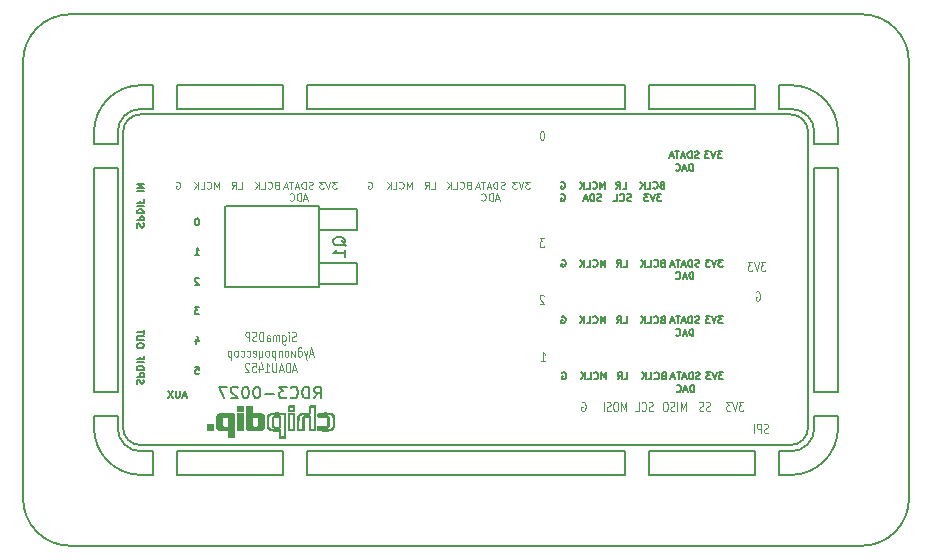
<source format=gbr>
G04 #@! TF.GenerationSoftware,KiCad,Pcbnew,(5.1.2)-2*
G04 #@! TF.CreationDate,2019-08-19T13:15:06+03:00*
G04 #@! TF.ProjectId,SigmaDSP ADAU1452,5369676d-6144-4535-9020-414441553134,rev?*
G04 #@! TF.SameCoordinates,Original*
G04 #@! TF.FileFunction,Legend,Bot*
G04 #@! TF.FilePolarity,Positive*
%FSLAX46Y46*%
G04 Gerber Fmt 4.6, Leading zero omitted, Abs format (unit mm)*
G04 Created by KiCad (PCBNEW (5.1.2)-2) date 2019-08-19 13:15:06*
%MOMM*%
%LPD*%
G04 APERTURE LIST*
%ADD10C,0.110000*%
%ADD11C,0.150000*%
%ADD12C,0.200000*%
%ADD13C,0.010000*%
G04 APERTURE END LIST*
D10*
X210992857Y-187811904D02*
X210621428Y-187811904D01*
X210821428Y-188116666D01*
X210735714Y-188116666D01*
X210678571Y-188154761D01*
X210650000Y-188192857D01*
X210621428Y-188269047D01*
X210621428Y-188459523D01*
X210650000Y-188535714D01*
X210678571Y-188573809D01*
X210735714Y-188611904D01*
X210907142Y-188611904D01*
X210964285Y-188573809D01*
X210992857Y-188535714D01*
X210450000Y-187811904D02*
X210250000Y-188611904D01*
X210050000Y-187811904D01*
X209907142Y-187811904D02*
X209535714Y-187811904D01*
X209735714Y-188116666D01*
X209650000Y-188116666D01*
X209592857Y-188154761D01*
X209564285Y-188192857D01*
X209535714Y-188269047D01*
X209535714Y-188459523D01*
X209564285Y-188535714D01*
X209592857Y-188573809D01*
X209650000Y-188611904D01*
X209821428Y-188611904D01*
X209878571Y-188573809D01*
X209907142Y-188535714D01*
X208157142Y-188573809D02*
X208071428Y-188611904D01*
X207928571Y-188611904D01*
X207871428Y-188573809D01*
X207842857Y-188535714D01*
X207814285Y-188459523D01*
X207814285Y-188383333D01*
X207842857Y-188307142D01*
X207871428Y-188269047D01*
X207928571Y-188230952D01*
X208042857Y-188192857D01*
X208100000Y-188154761D01*
X208128571Y-188116666D01*
X208157142Y-188040476D01*
X208157142Y-187964285D01*
X208128571Y-187888095D01*
X208100000Y-187850000D01*
X208042857Y-187811904D01*
X207900000Y-187811904D01*
X207814285Y-187850000D01*
X207585714Y-188573809D02*
X207500000Y-188611904D01*
X207357142Y-188611904D01*
X207300000Y-188573809D01*
X207271428Y-188535714D01*
X207242857Y-188459523D01*
X207242857Y-188383333D01*
X207271428Y-188307142D01*
X207300000Y-188269047D01*
X207357142Y-188230952D01*
X207471428Y-188192857D01*
X207528571Y-188154761D01*
X207557142Y-188116666D01*
X207585714Y-188040476D01*
X207585714Y-187964285D01*
X207557142Y-187888095D01*
X207528571Y-187850000D01*
X207471428Y-187811904D01*
X207328571Y-187811904D01*
X207242857Y-187850000D01*
X206092857Y-188611904D02*
X206092857Y-187811904D01*
X205892857Y-188383333D01*
X205692857Y-187811904D01*
X205692857Y-188611904D01*
X205407142Y-188611904D02*
X205407142Y-187811904D01*
X205150000Y-188573809D02*
X205064285Y-188611904D01*
X204921428Y-188611904D01*
X204864285Y-188573809D01*
X204835714Y-188535714D01*
X204807142Y-188459523D01*
X204807142Y-188383333D01*
X204835714Y-188307142D01*
X204864285Y-188269047D01*
X204921428Y-188230952D01*
X205035714Y-188192857D01*
X205092857Y-188154761D01*
X205121428Y-188116666D01*
X205150000Y-188040476D01*
X205150000Y-187964285D01*
X205121428Y-187888095D01*
X205092857Y-187850000D01*
X205035714Y-187811904D01*
X204892857Y-187811904D01*
X204807142Y-187850000D01*
X204435714Y-187811904D02*
X204321428Y-187811904D01*
X204264285Y-187850000D01*
X204207142Y-187926190D01*
X204178571Y-188078571D01*
X204178571Y-188345238D01*
X204207142Y-188497619D01*
X204264285Y-188573809D01*
X204321428Y-188611904D01*
X204435714Y-188611904D01*
X204492857Y-188573809D01*
X204550000Y-188497619D01*
X204578571Y-188345238D01*
X204578571Y-188078571D01*
X204550000Y-187926190D01*
X204492857Y-187850000D01*
X204435714Y-187811904D01*
X203314285Y-188573809D02*
X203228571Y-188611904D01*
X203085714Y-188611904D01*
X203028571Y-188573809D01*
X203000000Y-188535714D01*
X202971428Y-188459523D01*
X202971428Y-188383333D01*
X203000000Y-188307142D01*
X203028571Y-188269047D01*
X203085714Y-188230952D01*
X203200000Y-188192857D01*
X203257142Y-188154761D01*
X203285714Y-188116666D01*
X203314285Y-188040476D01*
X203314285Y-187964285D01*
X203285714Y-187888095D01*
X203257142Y-187850000D01*
X203200000Y-187811904D01*
X203057142Y-187811904D01*
X202971428Y-187850000D01*
X202371428Y-188535714D02*
X202400000Y-188573809D01*
X202485714Y-188611904D01*
X202542857Y-188611904D01*
X202628571Y-188573809D01*
X202685714Y-188497619D01*
X202714285Y-188421428D01*
X202742857Y-188269047D01*
X202742857Y-188154761D01*
X202714285Y-188002380D01*
X202685714Y-187926190D01*
X202628571Y-187850000D01*
X202542857Y-187811904D01*
X202485714Y-187811904D01*
X202400000Y-187850000D01*
X202371428Y-187888095D01*
X201828571Y-188611904D02*
X202114285Y-188611904D01*
X202114285Y-187811904D01*
X201042857Y-188611904D02*
X201042857Y-187811904D01*
X200842857Y-188383333D01*
X200642857Y-187811904D01*
X200642857Y-188611904D01*
X200242857Y-187811904D02*
X200128571Y-187811904D01*
X200071428Y-187850000D01*
X200014285Y-187926190D01*
X199985714Y-188078571D01*
X199985714Y-188345238D01*
X200014285Y-188497619D01*
X200071428Y-188573809D01*
X200128571Y-188611904D01*
X200242857Y-188611904D01*
X200300000Y-188573809D01*
X200357142Y-188497619D01*
X200385714Y-188345238D01*
X200385714Y-188078571D01*
X200357142Y-187926190D01*
X200300000Y-187850000D01*
X200242857Y-187811904D01*
X199757142Y-188573809D02*
X199671428Y-188611904D01*
X199528571Y-188611904D01*
X199471428Y-188573809D01*
X199442857Y-188535714D01*
X199414285Y-188459523D01*
X199414285Y-188383333D01*
X199442857Y-188307142D01*
X199471428Y-188269047D01*
X199528571Y-188230952D01*
X199642857Y-188192857D01*
X199700000Y-188154761D01*
X199728571Y-188116666D01*
X199757142Y-188040476D01*
X199757142Y-187964285D01*
X199728571Y-187888095D01*
X199700000Y-187850000D01*
X199642857Y-187811904D01*
X199500000Y-187811904D01*
X199414285Y-187850000D01*
X199157142Y-188611904D02*
X199157142Y-187811904D01*
X197292857Y-187850000D02*
X197350000Y-187811904D01*
X197435714Y-187811904D01*
X197521428Y-187850000D01*
X197578571Y-187926190D01*
X197607142Y-188002380D01*
X197635714Y-188154761D01*
X197635714Y-188269047D01*
X197607142Y-188421428D01*
X197578571Y-188497619D01*
X197521428Y-188573809D01*
X197435714Y-188611904D01*
X197378571Y-188611904D01*
X197292857Y-188573809D01*
X197264285Y-188535714D01*
X197264285Y-188269047D01*
X197378571Y-188269047D01*
X213064285Y-190442809D02*
X212978571Y-190480904D01*
X212835714Y-190480904D01*
X212778571Y-190442809D01*
X212750000Y-190404714D01*
X212721428Y-190328523D01*
X212721428Y-190252333D01*
X212750000Y-190176142D01*
X212778571Y-190138047D01*
X212835714Y-190099952D01*
X212950000Y-190061857D01*
X213007142Y-190023761D01*
X213035714Y-189985666D01*
X213064285Y-189909476D01*
X213064285Y-189833285D01*
X213035714Y-189757095D01*
X213007142Y-189719000D01*
X212950000Y-189680904D01*
X212807142Y-189680904D01*
X212721428Y-189719000D01*
X212464285Y-190480904D02*
X212464285Y-189680904D01*
X212235714Y-189680904D01*
X212178571Y-189719000D01*
X212150000Y-189757095D01*
X212121428Y-189833285D01*
X212121428Y-189947571D01*
X212150000Y-190023761D01*
X212178571Y-190061857D01*
X212235714Y-190099952D01*
X212464285Y-190099952D01*
X211864285Y-190480904D02*
X211864285Y-189680904D01*
X193957571Y-164861904D02*
X193900428Y-164861904D01*
X193843285Y-164900000D01*
X193814714Y-164938095D01*
X193786142Y-165014285D01*
X193757571Y-165166666D01*
X193757571Y-165357142D01*
X193786142Y-165509523D01*
X193814714Y-165585714D01*
X193843285Y-165623809D01*
X193900428Y-165661904D01*
X193957571Y-165661904D01*
X194014714Y-165623809D01*
X194043285Y-165585714D01*
X194071857Y-165509523D01*
X194100428Y-165357142D01*
X194100428Y-165166666D01*
X194071857Y-165014285D01*
X194043285Y-164938095D01*
X194014714Y-164900000D01*
X193957571Y-164861904D01*
X194100000Y-173911904D02*
X193728571Y-173911904D01*
X193928571Y-174216666D01*
X193842857Y-174216666D01*
X193785714Y-174254761D01*
X193757142Y-174292857D01*
X193728571Y-174369047D01*
X193728571Y-174559523D01*
X193757142Y-174635714D01*
X193785714Y-174673809D01*
X193842857Y-174711904D01*
X194014285Y-174711904D01*
X194071428Y-174673809D01*
X194100000Y-174635714D01*
X194071428Y-178835095D02*
X194042857Y-178797000D01*
X193985714Y-178758904D01*
X193842857Y-178758904D01*
X193785714Y-178797000D01*
X193757142Y-178835095D01*
X193728571Y-178911285D01*
X193728571Y-178987476D01*
X193757142Y-179101761D01*
X194100000Y-179558904D01*
X193728571Y-179558904D01*
X193878571Y-184384904D02*
X194221428Y-184384904D01*
X194050000Y-184384904D02*
X194050000Y-183584904D01*
X194107142Y-183699190D01*
X194164285Y-183775380D01*
X194221428Y-183813476D01*
D11*
X207295785Y-185892857D02*
X207210071Y-185921428D01*
X207067214Y-185921428D01*
X207010071Y-185892857D01*
X206981500Y-185864285D01*
X206952928Y-185807142D01*
X206952928Y-185750000D01*
X206981500Y-185692857D01*
X207010071Y-185664285D01*
X207067214Y-185635714D01*
X207181500Y-185607142D01*
X207238642Y-185578571D01*
X207267214Y-185550000D01*
X207295785Y-185492857D01*
X207295785Y-185435714D01*
X207267214Y-185378571D01*
X207238642Y-185350000D01*
X207181500Y-185321428D01*
X207038642Y-185321428D01*
X206952928Y-185350000D01*
X206695785Y-185921428D02*
X206695785Y-185321428D01*
X206552928Y-185321428D01*
X206467214Y-185350000D01*
X206410071Y-185407142D01*
X206381500Y-185464285D01*
X206352928Y-185578571D01*
X206352928Y-185664285D01*
X206381500Y-185778571D01*
X206410071Y-185835714D01*
X206467214Y-185892857D01*
X206552928Y-185921428D01*
X206695785Y-185921428D01*
X206124357Y-185750000D02*
X205838642Y-185750000D01*
X206181500Y-185921428D02*
X205981500Y-185321428D01*
X205781500Y-185921428D01*
X205667214Y-185321428D02*
X205324357Y-185321428D01*
X205495785Y-185921428D02*
X205495785Y-185321428D01*
X205152928Y-185750000D02*
X204867214Y-185750000D01*
X205210071Y-185921428D02*
X205010071Y-185321428D01*
X204810071Y-185921428D01*
X206795785Y-186971428D02*
X206795785Y-186371428D01*
X206652928Y-186371428D01*
X206567214Y-186400000D01*
X206510071Y-186457142D01*
X206481500Y-186514285D01*
X206452928Y-186628571D01*
X206452928Y-186714285D01*
X206481500Y-186828571D01*
X206510071Y-186885714D01*
X206567214Y-186942857D01*
X206652928Y-186971428D01*
X206795785Y-186971428D01*
X206224357Y-186800000D02*
X205938642Y-186800000D01*
X206281500Y-186971428D02*
X206081500Y-186371428D01*
X205881500Y-186971428D01*
X205338642Y-186914285D02*
X205367214Y-186942857D01*
X205452928Y-186971428D01*
X205510071Y-186971428D01*
X205595785Y-186942857D01*
X205652928Y-186885714D01*
X205681500Y-186828571D01*
X205710071Y-186714285D01*
X205710071Y-186628571D01*
X205681500Y-186514285D01*
X205652928Y-186457142D01*
X205595785Y-186400000D01*
X205510071Y-186371428D01*
X205452928Y-186371428D01*
X205367214Y-186400000D01*
X205338642Y-186428571D01*
X209292857Y-185321428D02*
X208921428Y-185321428D01*
X209121428Y-185550000D01*
X209035714Y-185550000D01*
X208978571Y-185578571D01*
X208950000Y-185607142D01*
X208921428Y-185664285D01*
X208921428Y-185807142D01*
X208950000Y-185864285D01*
X208978571Y-185892857D01*
X209035714Y-185921428D01*
X209207142Y-185921428D01*
X209264285Y-185892857D01*
X209292857Y-185864285D01*
X208750000Y-185321428D02*
X208550000Y-185921428D01*
X208350000Y-185321428D01*
X208207142Y-185321428D02*
X207835714Y-185321428D01*
X208035714Y-185550000D01*
X207950000Y-185550000D01*
X207892857Y-185578571D01*
X207864285Y-185607142D01*
X207835714Y-185664285D01*
X207835714Y-185807142D01*
X207864285Y-185864285D01*
X207892857Y-185892857D01*
X207950000Y-185921428D01*
X208121428Y-185921428D01*
X208178571Y-185892857D01*
X208207142Y-185864285D01*
X195650857Y-185350000D02*
X195708000Y-185321428D01*
X195793714Y-185321428D01*
X195879428Y-185350000D01*
X195936571Y-185407142D01*
X195965142Y-185464285D01*
X195993714Y-185578571D01*
X195993714Y-185664285D01*
X195965142Y-185778571D01*
X195936571Y-185835714D01*
X195879428Y-185892857D01*
X195793714Y-185921428D01*
X195736571Y-185921428D01*
X195650857Y-185892857D01*
X195622285Y-185864285D01*
X195622285Y-185664285D01*
X195736571Y-185664285D01*
X204200000Y-185607142D02*
X204114285Y-185635714D01*
X204085714Y-185664285D01*
X204057142Y-185721428D01*
X204057142Y-185807142D01*
X204085714Y-185864285D01*
X204114285Y-185892857D01*
X204171428Y-185921428D01*
X204400000Y-185921428D01*
X204400000Y-185321428D01*
X204200000Y-185321428D01*
X204142857Y-185350000D01*
X204114285Y-185378571D01*
X204085714Y-185435714D01*
X204085714Y-185492857D01*
X204114285Y-185550000D01*
X204142857Y-185578571D01*
X204200000Y-185607142D01*
X204400000Y-185607142D01*
X203457142Y-185864285D02*
X203485714Y-185892857D01*
X203571428Y-185921428D01*
X203628571Y-185921428D01*
X203714285Y-185892857D01*
X203771428Y-185835714D01*
X203800000Y-185778571D01*
X203828571Y-185664285D01*
X203828571Y-185578571D01*
X203800000Y-185464285D01*
X203771428Y-185407142D01*
X203714285Y-185350000D01*
X203628571Y-185321428D01*
X203571428Y-185321428D01*
X203485714Y-185350000D01*
X203457142Y-185378571D01*
X202914285Y-185921428D02*
X203200000Y-185921428D01*
X203200000Y-185321428D01*
X202714285Y-185921428D02*
X202714285Y-185321428D01*
X202371428Y-185921428D02*
X202628571Y-185578571D01*
X202371428Y-185321428D02*
X202714285Y-185664285D01*
X199342857Y-185921428D02*
X199342857Y-185321428D01*
X199142857Y-185750000D01*
X198942857Y-185321428D01*
X198942857Y-185921428D01*
X198314285Y-185864285D02*
X198342857Y-185892857D01*
X198428571Y-185921428D01*
X198485714Y-185921428D01*
X198571428Y-185892857D01*
X198628571Y-185835714D01*
X198657142Y-185778571D01*
X198685714Y-185664285D01*
X198685714Y-185578571D01*
X198657142Y-185464285D01*
X198628571Y-185407142D01*
X198571428Y-185350000D01*
X198485714Y-185321428D01*
X198428571Y-185321428D01*
X198342857Y-185350000D01*
X198314285Y-185378571D01*
X197771428Y-185921428D02*
X198057142Y-185921428D01*
X198057142Y-185321428D01*
X197571428Y-185921428D02*
X197571428Y-185321428D01*
X197228571Y-185921428D02*
X197485714Y-185578571D01*
X197228571Y-185321428D02*
X197571428Y-185664285D01*
X200875285Y-185921428D02*
X201161000Y-185921428D01*
X201161000Y-185321428D01*
X200332428Y-185921428D02*
X200532428Y-185635714D01*
X200675285Y-185921428D02*
X200675285Y-185321428D01*
X200446714Y-185321428D01*
X200389571Y-185350000D01*
X200361000Y-185378571D01*
X200332428Y-185435714D01*
X200332428Y-185521428D01*
X200361000Y-185578571D01*
X200389571Y-185607142D01*
X200446714Y-185635714D01*
X200675285Y-185635714D01*
X195600857Y-180600000D02*
X195658000Y-180571428D01*
X195743714Y-180571428D01*
X195829428Y-180600000D01*
X195886571Y-180657142D01*
X195915142Y-180714285D01*
X195943714Y-180828571D01*
X195943714Y-180914285D01*
X195915142Y-181028571D01*
X195886571Y-181085714D01*
X195829428Y-181142857D01*
X195743714Y-181171428D01*
X195686571Y-181171428D01*
X195600857Y-181142857D01*
X195572285Y-181114285D01*
X195572285Y-180914285D01*
X195686571Y-180914285D01*
X204150000Y-180857142D02*
X204064285Y-180885714D01*
X204035714Y-180914285D01*
X204007142Y-180971428D01*
X204007142Y-181057142D01*
X204035714Y-181114285D01*
X204064285Y-181142857D01*
X204121428Y-181171428D01*
X204350000Y-181171428D01*
X204350000Y-180571428D01*
X204150000Y-180571428D01*
X204092857Y-180600000D01*
X204064285Y-180628571D01*
X204035714Y-180685714D01*
X204035714Y-180742857D01*
X204064285Y-180800000D01*
X204092857Y-180828571D01*
X204150000Y-180857142D01*
X204350000Y-180857142D01*
X203407142Y-181114285D02*
X203435714Y-181142857D01*
X203521428Y-181171428D01*
X203578571Y-181171428D01*
X203664285Y-181142857D01*
X203721428Y-181085714D01*
X203750000Y-181028571D01*
X203778571Y-180914285D01*
X203778571Y-180828571D01*
X203750000Y-180714285D01*
X203721428Y-180657142D01*
X203664285Y-180600000D01*
X203578571Y-180571428D01*
X203521428Y-180571428D01*
X203435714Y-180600000D01*
X203407142Y-180628571D01*
X202864285Y-181171428D02*
X203150000Y-181171428D01*
X203150000Y-180571428D01*
X202664285Y-181171428D02*
X202664285Y-180571428D01*
X202321428Y-181171428D02*
X202578571Y-180828571D01*
X202321428Y-180571428D02*
X202664285Y-180914285D01*
X199292857Y-181171428D02*
X199292857Y-180571428D01*
X199092857Y-181000000D01*
X198892857Y-180571428D01*
X198892857Y-181171428D01*
X198264285Y-181114285D02*
X198292857Y-181142857D01*
X198378571Y-181171428D01*
X198435714Y-181171428D01*
X198521428Y-181142857D01*
X198578571Y-181085714D01*
X198607142Y-181028571D01*
X198635714Y-180914285D01*
X198635714Y-180828571D01*
X198607142Y-180714285D01*
X198578571Y-180657142D01*
X198521428Y-180600000D01*
X198435714Y-180571428D01*
X198378571Y-180571428D01*
X198292857Y-180600000D01*
X198264285Y-180628571D01*
X197721428Y-181171428D02*
X198007142Y-181171428D01*
X198007142Y-180571428D01*
X197521428Y-181171428D02*
X197521428Y-180571428D01*
X197178571Y-181171428D02*
X197435714Y-180828571D01*
X197178571Y-180571428D02*
X197521428Y-180914285D01*
X200825285Y-181171428D02*
X201111000Y-181171428D01*
X201111000Y-180571428D01*
X200282428Y-181171428D02*
X200482428Y-180885714D01*
X200625285Y-181171428D02*
X200625285Y-180571428D01*
X200396714Y-180571428D01*
X200339571Y-180600000D01*
X200311000Y-180628571D01*
X200282428Y-180685714D01*
X200282428Y-180771428D01*
X200311000Y-180828571D01*
X200339571Y-180857142D01*
X200396714Y-180885714D01*
X200625285Y-180885714D01*
X209242857Y-180571428D02*
X208871428Y-180571428D01*
X209071428Y-180800000D01*
X208985714Y-180800000D01*
X208928571Y-180828571D01*
X208900000Y-180857142D01*
X208871428Y-180914285D01*
X208871428Y-181057142D01*
X208900000Y-181114285D01*
X208928571Y-181142857D01*
X208985714Y-181171428D01*
X209157142Y-181171428D01*
X209214285Y-181142857D01*
X209242857Y-181114285D01*
X208700000Y-180571428D02*
X208500000Y-181171428D01*
X208300000Y-180571428D01*
X208157142Y-180571428D02*
X207785714Y-180571428D01*
X207985714Y-180800000D01*
X207900000Y-180800000D01*
X207842857Y-180828571D01*
X207814285Y-180857142D01*
X207785714Y-180914285D01*
X207785714Y-181057142D01*
X207814285Y-181114285D01*
X207842857Y-181142857D01*
X207900000Y-181171428D01*
X208071428Y-181171428D01*
X208128571Y-181142857D01*
X208157142Y-181114285D01*
X207245785Y-181142857D02*
X207160071Y-181171428D01*
X207017214Y-181171428D01*
X206960071Y-181142857D01*
X206931500Y-181114285D01*
X206902928Y-181057142D01*
X206902928Y-181000000D01*
X206931500Y-180942857D01*
X206960071Y-180914285D01*
X207017214Y-180885714D01*
X207131500Y-180857142D01*
X207188642Y-180828571D01*
X207217214Y-180800000D01*
X207245785Y-180742857D01*
X207245785Y-180685714D01*
X207217214Y-180628571D01*
X207188642Y-180600000D01*
X207131500Y-180571428D01*
X206988642Y-180571428D01*
X206902928Y-180600000D01*
X206645785Y-181171428D02*
X206645785Y-180571428D01*
X206502928Y-180571428D01*
X206417214Y-180600000D01*
X206360071Y-180657142D01*
X206331500Y-180714285D01*
X206302928Y-180828571D01*
X206302928Y-180914285D01*
X206331500Y-181028571D01*
X206360071Y-181085714D01*
X206417214Y-181142857D01*
X206502928Y-181171428D01*
X206645785Y-181171428D01*
X206074357Y-181000000D02*
X205788642Y-181000000D01*
X206131500Y-181171428D02*
X205931500Y-180571428D01*
X205731500Y-181171428D01*
X205617214Y-180571428D02*
X205274357Y-180571428D01*
X205445785Y-181171428D02*
X205445785Y-180571428D01*
X205102928Y-181000000D02*
X204817214Y-181000000D01*
X205160071Y-181171428D02*
X204960071Y-180571428D01*
X204760071Y-181171428D01*
X206745785Y-182221428D02*
X206745785Y-181621428D01*
X206602928Y-181621428D01*
X206517214Y-181650000D01*
X206460071Y-181707142D01*
X206431500Y-181764285D01*
X206402928Y-181878571D01*
X206402928Y-181964285D01*
X206431500Y-182078571D01*
X206460071Y-182135714D01*
X206517214Y-182192857D01*
X206602928Y-182221428D01*
X206745785Y-182221428D01*
X206174357Y-182050000D02*
X205888642Y-182050000D01*
X206231500Y-182221428D02*
X206031500Y-181621428D01*
X205831500Y-182221428D01*
X205288642Y-182164285D02*
X205317214Y-182192857D01*
X205402928Y-182221428D01*
X205460071Y-182221428D01*
X205545785Y-182192857D01*
X205602928Y-182135714D01*
X205631500Y-182078571D01*
X205660071Y-181964285D01*
X205660071Y-181878571D01*
X205631500Y-181764285D01*
X205602928Y-181707142D01*
X205545785Y-181650000D01*
X205460071Y-181621428D01*
X205402928Y-181621428D01*
X205317214Y-181650000D01*
X205288642Y-181678571D01*
X207245785Y-176342857D02*
X207160071Y-176371428D01*
X207017214Y-176371428D01*
X206960071Y-176342857D01*
X206931500Y-176314285D01*
X206902928Y-176257142D01*
X206902928Y-176200000D01*
X206931500Y-176142857D01*
X206960071Y-176114285D01*
X207017214Y-176085714D01*
X207131500Y-176057142D01*
X207188642Y-176028571D01*
X207217214Y-176000000D01*
X207245785Y-175942857D01*
X207245785Y-175885714D01*
X207217214Y-175828571D01*
X207188642Y-175800000D01*
X207131500Y-175771428D01*
X206988642Y-175771428D01*
X206902928Y-175800000D01*
X206645785Y-176371428D02*
X206645785Y-175771428D01*
X206502928Y-175771428D01*
X206417214Y-175800000D01*
X206360071Y-175857142D01*
X206331500Y-175914285D01*
X206302928Y-176028571D01*
X206302928Y-176114285D01*
X206331500Y-176228571D01*
X206360071Y-176285714D01*
X206417214Y-176342857D01*
X206502928Y-176371428D01*
X206645785Y-176371428D01*
X206074357Y-176200000D02*
X205788642Y-176200000D01*
X206131500Y-176371428D02*
X205931500Y-175771428D01*
X205731500Y-176371428D01*
X205617214Y-175771428D02*
X205274357Y-175771428D01*
X205445785Y-176371428D02*
X205445785Y-175771428D01*
X205102928Y-176200000D02*
X204817214Y-176200000D01*
X205160071Y-176371428D02*
X204960071Y-175771428D01*
X204760071Y-176371428D01*
X206745785Y-177421428D02*
X206745785Y-176821428D01*
X206602928Y-176821428D01*
X206517214Y-176850000D01*
X206460071Y-176907142D01*
X206431500Y-176964285D01*
X206402928Y-177078571D01*
X206402928Y-177164285D01*
X206431500Y-177278571D01*
X206460071Y-177335714D01*
X206517214Y-177392857D01*
X206602928Y-177421428D01*
X206745785Y-177421428D01*
X206174357Y-177250000D02*
X205888642Y-177250000D01*
X206231500Y-177421428D02*
X206031500Y-176821428D01*
X205831500Y-177421428D01*
X205288642Y-177364285D02*
X205317214Y-177392857D01*
X205402928Y-177421428D01*
X205460071Y-177421428D01*
X205545785Y-177392857D01*
X205602928Y-177335714D01*
X205631500Y-177278571D01*
X205660071Y-177164285D01*
X205660071Y-177078571D01*
X205631500Y-176964285D01*
X205602928Y-176907142D01*
X205545785Y-176850000D01*
X205460071Y-176821428D01*
X205402928Y-176821428D01*
X205317214Y-176850000D01*
X205288642Y-176878571D01*
X209242857Y-175771428D02*
X208871428Y-175771428D01*
X209071428Y-176000000D01*
X208985714Y-176000000D01*
X208928571Y-176028571D01*
X208900000Y-176057142D01*
X208871428Y-176114285D01*
X208871428Y-176257142D01*
X208900000Y-176314285D01*
X208928571Y-176342857D01*
X208985714Y-176371428D01*
X209157142Y-176371428D01*
X209214285Y-176342857D01*
X209242857Y-176314285D01*
X208700000Y-175771428D02*
X208500000Y-176371428D01*
X208300000Y-175771428D01*
X208157142Y-175771428D02*
X207785714Y-175771428D01*
X207985714Y-176000000D01*
X207900000Y-176000000D01*
X207842857Y-176028571D01*
X207814285Y-176057142D01*
X207785714Y-176114285D01*
X207785714Y-176257142D01*
X207814285Y-176314285D01*
X207842857Y-176342857D01*
X207900000Y-176371428D01*
X208071428Y-176371428D01*
X208128571Y-176342857D01*
X208157142Y-176314285D01*
X200825285Y-176371428D02*
X201111000Y-176371428D01*
X201111000Y-175771428D01*
X200282428Y-176371428D02*
X200482428Y-176085714D01*
X200625285Y-176371428D02*
X200625285Y-175771428D01*
X200396714Y-175771428D01*
X200339571Y-175800000D01*
X200311000Y-175828571D01*
X200282428Y-175885714D01*
X200282428Y-175971428D01*
X200311000Y-176028571D01*
X200339571Y-176057142D01*
X200396714Y-176085714D01*
X200625285Y-176085714D01*
X199292857Y-176371428D02*
X199292857Y-175771428D01*
X199092857Y-176200000D01*
X198892857Y-175771428D01*
X198892857Y-176371428D01*
X198264285Y-176314285D02*
X198292857Y-176342857D01*
X198378571Y-176371428D01*
X198435714Y-176371428D01*
X198521428Y-176342857D01*
X198578571Y-176285714D01*
X198607142Y-176228571D01*
X198635714Y-176114285D01*
X198635714Y-176028571D01*
X198607142Y-175914285D01*
X198578571Y-175857142D01*
X198521428Y-175800000D01*
X198435714Y-175771428D01*
X198378571Y-175771428D01*
X198292857Y-175800000D01*
X198264285Y-175828571D01*
X197721428Y-176371428D02*
X198007142Y-176371428D01*
X198007142Y-175771428D01*
X197521428Y-176371428D02*
X197521428Y-175771428D01*
X197178571Y-176371428D02*
X197435714Y-176028571D01*
X197178571Y-175771428D02*
X197521428Y-176114285D01*
X195600857Y-175800000D02*
X195658000Y-175771428D01*
X195743714Y-175771428D01*
X195829428Y-175800000D01*
X195886571Y-175857142D01*
X195915142Y-175914285D01*
X195943714Y-176028571D01*
X195943714Y-176114285D01*
X195915142Y-176228571D01*
X195886571Y-176285714D01*
X195829428Y-176342857D01*
X195743714Y-176371428D01*
X195686571Y-176371428D01*
X195600857Y-176342857D01*
X195572285Y-176314285D01*
X195572285Y-176114285D01*
X195686571Y-176114285D01*
X204150000Y-176057142D02*
X204064285Y-176085714D01*
X204035714Y-176114285D01*
X204007142Y-176171428D01*
X204007142Y-176257142D01*
X204035714Y-176314285D01*
X204064285Y-176342857D01*
X204121428Y-176371428D01*
X204350000Y-176371428D01*
X204350000Y-175771428D01*
X204150000Y-175771428D01*
X204092857Y-175800000D01*
X204064285Y-175828571D01*
X204035714Y-175885714D01*
X204035714Y-175942857D01*
X204064285Y-176000000D01*
X204092857Y-176028571D01*
X204150000Y-176057142D01*
X204350000Y-176057142D01*
X203407142Y-176314285D02*
X203435714Y-176342857D01*
X203521428Y-176371428D01*
X203578571Y-176371428D01*
X203664285Y-176342857D01*
X203721428Y-176285714D01*
X203750000Y-176228571D01*
X203778571Y-176114285D01*
X203778571Y-176028571D01*
X203750000Y-175914285D01*
X203721428Y-175857142D01*
X203664285Y-175800000D01*
X203578571Y-175771428D01*
X203521428Y-175771428D01*
X203435714Y-175800000D01*
X203407142Y-175828571D01*
X202864285Y-176371428D02*
X203150000Y-176371428D01*
X203150000Y-175771428D01*
X202664285Y-176371428D02*
X202664285Y-175771428D01*
X202321428Y-176371428D02*
X202578571Y-176028571D01*
X202321428Y-175771428D02*
X202664285Y-176114285D01*
D10*
X192892857Y-169161428D02*
X192521428Y-169161428D01*
X192721428Y-169390000D01*
X192635714Y-169390000D01*
X192578571Y-169418571D01*
X192550000Y-169447142D01*
X192521428Y-169504285D01*
X192521428Y-169647142D01*
X192550000Y-169704285D01*
X192578571Y-169732857D01*
X192635714Y-169761428D01*
X192807142Y-169761428D01*
X192864285Y-169732857D01*
X192892857Y-169704285D01*
X192350000Y-169161428D02*
X192150000Y-169761428D01*
X191950000Y-169161428D01*
X191807142Y-169161428D02*
X191435714Y-169161428D01*
X191635714Y-169390000D01*
X191550000Y-169390000D01*
X191492857Y-169418571D01*
X191464285Y-169447142D01*
X191435714Y-169504285D01*
X191435714Y-169647142D01*
X191464285Y-169704285D01*
X191492857Y-169732857D01*
X191550000Y-169761428D01*
X191721428Y-169761428D01*
X191778571Y-169732857D01*
X191807142Y-169704285D01*
X179192857Y-169190000D02*
X179250000Y-169161428D01*
X179335714Y-169161428D01*
X179421428Y-169190000D01*
X179478571Y-169247142D01*
X179507142Y-169304285D01*
X179535714Y-169418571D01*
X179535714Y-169504285D01*
X179507142Y-169618571D01*
X179478571Y-169675714D01*
X179421428Y-169732857D01*
X179335714Y-169761428D01*
X179278571Y-169761428D01*
X179192857Y-169732857D01*
X179164285Y-169704285D01*
X179164285Y-169504285D01*
X179278571Y-169504285D01*
X190764285Y-169732857D02*
X190678571Y-169761428D01*
X190535714Y-169761428D01*
X190478571Y-169732857D01*
X190450000Y-169704285D01*
X190421428Y-169647142D01*
X190421428Y-169590000D01*
X190450000Y-169532857D01*
X190478571Y-169504285D01*
X190535714Y-169475714D01*
X190650000Y-169447142D01*
X190707142Y-169418571D01*
X190735714Y-169390000D01*
X190764285Y-169332857D01*
X190764285Y-169275714D01*
X190735714Y-169218571D01*
X190707142Y-169190000D01*
X190650000Y-169161428D01*
X190507142Y-169161428D01*
X190421428Y-169190000D01*
X190164285Y-169761428D02*
X190164285Y-169161428D01*
X190021428Y-169161428D01*
X189935714Y-169190000D01*
X189878571Y-169247142D01*
X189850000Y-169304285D01*
X189821428Y-169418571D01*
X189821428Y-169504285D01*
X189850000Y-169618571D01*
X189878571Y-169675714D01*
X189935714Y-169732857D01*
X190021428Y-169761428D01*
X190164285Y-169761428D01*
X189592857Y-169590000D02*
X189307142Y-169590000D01*
X189650000Y-169761428D02*
X189450000Y-169161428D01*
X189250000Y-169761428D01*
X189135714Y-169161428D02*
X188792857Y-169161428D01*
X188964285Y-169761428D02*
X188964285Y-169161428D01*
X188621428Y-169590000D02*
X188335714Y-169590000D01*
X188678571Y-169761428D02*
X188478571Y-169161428D01*
X188278571Y-169761428D01*
X190292857Y-170600000D02*
X190007142Y-170600000D01*
X190350000Y-170771428D02*
X190150000Y-170171428D01*
X189950000Y-170771428D01*
X189750000Y-170771428D02*
X189750000Y-170171428D01*
X189607142Y-170171428D01*
X189521428Y-170200000D01*
X189464285Y-170257142D01*
X189435714Y-170314285D01*
X189407142Y-170428571D01*
X189407142Y-170514285D01*
X189435714Y-170628571D01*
X189464285Y-170685714D01*
X189521428Y-170742857D01*
X189607142Y-170771428D01*
X189750000Y-170771428D01*
X188807142Y-170714285D02*
X188835714Y-170742857D01*
X188921428Y-170771428D01*
X188978571Y-170771428D01*
X189064285Y-170742857D01*
X189121428Y-170685714D01*
X189150000Y-170628571D01*
X189178571Y-170514285D01*
X189178571Y-170428571D01*
X189150000Y-170314285D01*
X189121428Y-170257142D01*
X189064285Y-170200000D01*
X188978571Y-170171428D01*
X188921428Y-170171428D01*
X188835714Y-170200000D01*
X188807142Y-170228571D01*
X187700000Y-169447142D02*
X187614285Y-169475714D01*
X187585714Y-169504285D01*
X187557142Y-169561428D01*
X187557142Y-169647142D01*
X187585714Y-169704285D01*
X187614285Y-169732857D01*
X187671428Y-169761428D01*
X187900000Y-169761428D01*
X187900000Y-169161428D01*
X187700000Y-169161428D01*
X187642857Y-169190000D01*
X187614285Y-169218571D01*
X187585714Y-169275714D01*
X187585714Y-169332857D01*
X187614285Y-169390000D01*
X187642857Y-169418571D01*
X187700000Y-169447142D01*
X187900000Y-169447142D01*
X186957142Y-169704285D02*
X186985714Y-169732857D01*
X187071428Y-169761428D01*
X187128571Y-169761428D01*
X187214285Y-169732857D01*
X187271428Y-169675714D01*
X187300000Y-169618571D01*
X187328571Y-169504285D01*
X187328571Y-169418571D01*
X187300000Y-169304285D01*
X187271428Y-169247142D01*
X187214285Y-169190000D01*
X187128571Y-169161428D01*
X187071428Y-169161428D01*
X186985714Y-169190000D01*
X186957142Y-169218571D01*
X186414285Y-169761428D02*
X186700000Y-169761428D01*
X186700000Y-169161428D01*
X186214285Y-169761428D02*
X186214285Y-169161428D01*
X185871428Y-169761428D02*
X186128571Y-169418571D01*
X185871428Y-169161428D02*
X186214285Y-169504285D01*
X184564285Y-169761428D02*
X184850000Y-169761428D01*
X184850000Y-169161428D01*
X184021428Y-169761428D02*
X184221428Y-169475714D01*
X184364285Y-169761428D02*
X184364285Y-169161428D01*
X184135714Y-169161428D01*
X184078571Y-169190000D01*
X184050000Y-169218571D01*
X184021428Y-169275714D01*
X184021428Y-169361428D01*
X184050000Y-169418571D01*
X184078571Y-169447142D01*
X184135714Y-169475714D01*
X184364285Y-169475714D01*
X182892857Y-169761428D02*
X182892857Y-169161428D01*
X182692857Y-169590000D01*
X182492857Y-169161428D01*
X182492857Y-169761428D01*
X181864285Y-169704285D02*
X181892857Y-169732857D01*
X181978571Y-169761428D01*
X182035714Y-169761428D01*
X182121428Y-169732857D01*
X182178571Y-169675714D01*
X182207142Y-169618571D01*
X182235714Y-169504285D01*
X182235714Y-169418571D01*
X182207142Y-169304285D01*
X182178571Y-169247142D01*
X182121428Y-169190000D01*
X182035714Y-169161428D01*
X181978571Y-169161428D01*
X181892857Y-169190000D01*
X181864285Y-169218571D01*
X181321428Y-169761428D02*
X181607142Y-169761428D01*
X181607142Y-169161428D01*
X181121428Y-169761428D02*
X181121428Y-169161428D01*
X180778571Y-169761428D02*
X181035714Y-169418571D01*
X180778571Y-169161428D02*
X181121428Y-169504285D01*
X176542857Y-169161428D02*
X176171428Y-169161428D01*
X176371428Y-169390000D01*
X176285714Y-169390000D01*
X176228571Y-169418571D01*
X176200000Y-169447142D01*
X176171428Y-169504285D01*
X176171428Y-169647142D01*
X176200000Y-169704285D01*
X176228571Y-169732857D01*
X176285714Y-169761428D01*
X176457142Y-169761428D01*
X176514285Y-169732857D01*
X176542857Y-169704285D01*
X176000000Y-169161428D02*
X175800000Y-169761428D01*
X175600000Y-169161428D01*
X175457142Y-169161428D02*
X175085714Y-169161428D01*
X175285714Y-169390000D01*
X175200000Y-169390000D01*
X175142857Y-169418571D01*
X175114285Y-169447142D01*
X175085714Y-169504285D01*
X175085714Y-169647142D01*
X175114285Y-169704285D01*
X175142857Y-169732857D01*
X175200000Y-169761428D01*
X175371428Y-169761428D01*
X175428571Y-169732857D01*
X175457142Y-169704285D01*
X174514285Y-169732857D02*
X174428571Y-169761428D01*
X174285714Y-169761428D01*
X174228571Y-169732857D01*
X174200000Y-169704285D01*
X174171428Y-169647142D01*
X174171428Y-169590000D01*
X174200000Y-169532857D01*
X174228571Y-169504285D01*
X174285714Y-169475714D01*
X174400000Y-169447142D01*
X174457142Y-169418571D01*
X174485714Y-169390000D01*
X174514285Y-169332857D01*
X174514285Y-169275714D01*
X174485714Y-169218571D01*
X174457142Y-169190000D01*
X174400000Y-169161428D01*
X174257142Y-169161428D01*
X174171428Y-169190000D01*
X173914285Y-169761428D02*
X173914285Y-169161428D01*
X173771428Y-169161428D01*
X173685714Y-169190000D01*
X173628571Y-169247142D01*
X173600000Y-169304285D01*
X173571428Y-169418571D01*
X173571428Y-169504285D01*
X173600000Y-169618571D01*
X173628571Y-169675714D01*
X173685714Y-169732857D01*
X173771428Y-169761428D01*
X173914285Y-169761428D01*
X173342857Y-169590000D02*
X173057142Y-169590000D01*
X173400000Y-169761428D02*
X173200000Y-169161428D01*
X173000000Y-169761428D01*
X172885714Y-169161428D02*
X172542857Y-169161428D01*
X172714285Y-169761428D02*
X172714285Y-169161428D01*
X172371428Y-169590000D02*
X172085714Y-169590000D01*
X172428571Y-169761428D02*
X172228571Y-169161428D01*
X172028571Y-169761428D01*
X174042857Y-170600000D02*
X173757142Y-170600000D01*
X174100000Y-170771428D02*
X173900000Y-170171428D01*
X173700000Y-170771428D01*
X173500000Y-170771428D02*
X173500000Y-170171428D01*
X173357142Y-170171428D01*
X173271428Y-170200000D01*
X173214285Y-170257142D01*
X173185714Y-170314285D01*
X173157142Y-170428571D01*
X173157142Y-170514285D01*
X173185714Y-170628571D01*
X173214285Y-170685714D01*
X173271428Y-170742857D01*
X173357142Y-170771428D01*
X173500000Y-170771428D01*
X172557142Y-170714285D02*
X172585714Y-170742857D01*
X172671428Y-170771428D01*
X172728571Y-170771428D01*
X172814285Y-170742857D01*
X172871428Y-170685714D01*
X172900000Y-170628571D01*
X172928571Y-170514285D01*
X172928571Y-170428571D01*
X172900000Y-170314285D01*
X172871428Y-170257142D01*
X172814285Y-170200000D01*
X172728571Y-170171428D01*
X172671428Y-170171428D01*
X172585714Y-170200000D01*
X172557142Y-170228571D01*
X171450000Y-169447142D02*
X171364285Y-169475714D01*
X171335714Y-169504285D01*
X171307142Y-169561428D01*
X171307142Y-169647142D01*
X171335714Y-169704285D01*
X171364285Y-169732857D01*
X171421428Y-169761428D01*
X171650000Y-169761428D01*
X171650000Y-169161428D01*
X171450000Y-169161428D01*
X171392857Y-169190000D01*
X171364285Y-169218571D01*
X171335714Y-169275714D01*
X171335714Y-169332857D01*
X171364285Y-169390000D01*
X171392857Y-169418571D01*
X171450000Y-169447142D01*
X171650000Y-169447142D01*
X170707142Y-169704285D02*
X170735714Y-169732857D01*
X170821428Y-169761428D01*
X170878571Y-169761428D01*
X170964285Y-169732857D01*
X171021428Y-169675714D01*
X171050000Y-169618571D01*
X171078571Y-169504285D01*
X171078571Y-169418571D01*
X171050000Y-169304285D01*
X171021428Y-169247142D01*
X170964285Y-169190000D01*
X170878571Y-169161428D01*
X170821428Y-169161428D01*
X170735714Y-169190000D01*
X170707142Y-169218571D01*
X170164285Y-169761428D02*
X170450000Y-169761428D01*
X170450000Y-169161428D01*
X169964285Y-169761428D02*
X169964285Y-169161428D01*
X169621428Y-169761428D02*
X169878571Y-169418571D01*
X169621428Y-169161428D02*
X169964285Y-169504285D01*
X168214285Y-169761428D02*
X168500000Y-169761428D01*
X168500000Y-169161428D01*
X167671428Y-169761428D02*
X167871428Y-169475714D01*
X168014285Y-169761428D02*
X168014285Y-169161428D01*
X167785714Y-169161428D01*
X167728571Y-169190000D01*
X167700000Y-169218571D01*
X167671428Y-169275714D01*
X167671428Y-169361428D01*
X167700000Y-169418571D01*
X167728571Y-169447142D01*
X167785714Y-169475714D01*
X168014285Y-169475714D01*
X166592857Y-169761428D02*
X166592857Y-169161428D01*
X166392857Y-169590000D01*
X166192857Y-169161428D01*
X166192857Y-169761428D01*
X165564285Y-169704285D02*
X165592857Y-169732857D01*
X165678571Y-169761428D01*
X165735714Y-169761428D01*
X165821428Y-169732857D01*
X165878571Y-169675714D01*
X165907142Y-169618571D01*
X165935714Y-169504285D01*
X165935714Y-169418571D01*
X165907142Y-169304285D01*
X165878571Y-169247142D01*
X165821428Y-169190000D01*
X165735714Y-169161428D01*
X165678571Y-169161428D01*
X165592857Y-169190000D01*
X165564285Y-169218571D01*
X165021428Y-169761428D02*
X165307142Y-169761428D01*
X165307142Y-169161428D01*
X164821428Y-169761428D02*
X164821428Y-169161428D01*
X164478571Y-169761428D02*
X164735714Y-169418571D01*
X164478571Y-169161428D02*
X164821428Y-169504285D01*
X162942857Y-169190000D02*
X163000000Y-169161428D01*
X163085714Y-169161428D01*
X163171428Y-169190000D01*
X163228571Y-169247142D01*
X163257142Y-169304285D01*
X163285714Y-169418571D01*
X163285714Y-169504285D01*
X163257142Y-169618571D01*
X163228571Y-169675714D01*
X163171428Y-169732857D01*
X163085714Y-169761428D01*
X163028571Y-169761428D01*
X162942857Y-169732857D01*
X162914285Y-169704285D01*
X162914285Y-169504285D01*
X163028571Y-169504285D01*
D11*
X164747571Y-172264428D02*
X164690428Y-172264428D01*
X164633285Y-172293000D01*
X164604714Y-172321571D01*
X164576142Y-172378714D01*
X164547571Y-172493000D01*
X164547571Y-172635857D01*
X164576142Y-172750142D01*
X164604714Y-172807285D01*
X164633285Y-172835857D01*
X164690428Y-172864428D01*
X164747571Y-172864428D01*
X164804714Y-172835857D01*
X164833285Y-172807285D01*
X164861857Y-172750142D01*
X164890428Y-172635857D01*
X164890428Y-172493000D01*
X164861857Y-172378714D01*
X164833285Y-172321571D01*
X164804714Y-172293000D01*
X164747571Y-172264428D01*
D10*
X212842857Y-175961904D02*
X212471428Y-175961904D01*
X212671428Y-176266666D01*
X212585714Y-176266666D01*
X212528571Y-176304761D01*
X212500000Y-176342857D01*
X212471428Y-176419047D01*
X212471428Y-176609523D01*
X212500000Y-176685714D01*
X212528571Y-176723809D01*
X212585714Y-176761904D01*
X212757142Y-176761904D01*
X212814285Y-176723809D01*
X212842857Y-176685714D01*
X212300000Y-175961904D02*
X212100000Y-176761904D01*
X211900000Y-175961904D01*
X211757142Y-175961904D02*
X211385714Y-175961904D01*
X211585714Y-176266666D01*
X211500000Y-176266666D01*
X211442857Y-176304761D01*
X211414285Y-176342857D01*
X211385714Y-176419047D01*
X211385714Y-176609523D01*
X211414285Y-176685714D01*
X211442857Y-176723809D01*
X211500000Y-176761904D01*
X211671428Y-176761904D01*
X211728571Y-176723809D01*
X211757142Y-176685714D01*
X212042857Y-178500000D02*
X212100000Y-178461904D01*
X212185714Y-178461904D01*
X212271428Y-178500000D01*
X212328571Y-178576190D01*
X212357142Y-178652380D01*
X212385714Y-178804761D01*
X212385714Y-178919047D01*
X212357142Y-179071428D01*
X212328571Y-179147619D01*
X212271428Y-179223809D01*
X212185714Y-179261904D01*
X212128571Y-179261904D01*
X212042857Y-179223809D01*
X212014285Y-179185714D01*
X212014285Y-178919047D01*
X212128571Y-178919047D01*
D11*
X159650142Y-186280142D02*
X159621571Y-186194428D01*
X159621571Y-186051571D01*
X159650142Y-185994428D01*
X159678714Y-185965857D01*
X159735857Y-185937285D01*
X159793000Y-185937285D01*
X159850142Y-185965857D01*
X159878714Y-185994428D01*
X159907285Y-186051571D01*
X159935857Y-186165857D01*
X159964428Y-186223000D01*
X159993000Y-186251571D01*
X160050142Y-186280142D01*
X160107285Y-186280142D01*
X160164428Y-186251571D01*
X160193000Y-186223000D01*
X160221571Y-186165857D01*
X160221571Y-186023000D01*
X160193000Y-185937285D01*
X159621571Y-185680142D02*
X160221571Y-185680142D01*
X160221571Y-185451571D01*
X160193000Y-185394428D01*
X160164428Y-185365857D01*
X160107285Y-185337285D01*
X160021571Y-185337285D01*
X159964428Y-185365857D01*
X159935857Y-185394428D01*
X159907285Y-185451571D01*
X159907285Y-185680142D01*
X159621571Y-185080142D02*
X160221571Y-185080142D01*
X160221571Y-184937285D01*
X160193000Y-184851571D01*
X160135857Y-184794428D01*
X160078714Y-184765857D01*
X159964428Y-184737285D01*
X159878714Y-184737285D01*
X159764428Y-184765857D01*
X159707285Y-184794428D01*
X159650142Y-184851571D01*
X159621571Y-184937285D01*
X159621571Y-185080142D01*
X159621571Y-184480142D02*
X160221571Y-184480142D01*
X159935857Y-183994428D02*
X159935857Y-184194428D01*
X159621571Y-184194428D02*
X160221571Y-184194428D01*
X160221571Y-183908714D01*
X160221571Y-183108714D02*
X160221571Y-182994428D01*
X160193000Y-182937285D01*
X160135857Y-182880142D01*
X160021571Y-182851571D01*
X159821571Y-182851571D01*
X159707285Y-182880142D01*
X159650142Y-182937285D01*
X159621571Y-182994428D01*
X159621571Y-183108714D01*
X159650142Y-183165857D01*
X159707285Y-183223000D01*
X159821571Y-183251571D01*
X160021571Y-183251571D01*
X160135857Y-183223000D01*
X160193000Y-183165857D01*
X160221571Y-183108714D01*
X160221571Y-182594428D02*
X159735857Y-182594428D01*
X159678714Y-182565857D01*
X159650142Y-182537285D01*
X159621571Y-182480142D01*
X159621571Y-182365857D01*
X159650142Y-182308714D01*
X159678714Y-182280142D01*
X159735857Y-182251571D01*
X160221571Y-182251571D01*
X160221571Y-182051571D02*
X160221571Y-181708714D01*
X159621571Y-181880142D02*
X160221571Y-181880142D01*
X159650142Y-173053142D02*
X159621571Y-172967428D01*
X159621571Y-172824571D01*
X159650142Y-172767428D01*
X159678714Y-172738857D01*
X159735857Y-172710285D01*
X159793000Y-172710285D01*
X159850142Y-172738857D01*
X159878714Y-172767428D01*
X159907285Y-172824571D01*
X159935857Y-172938857D01*
X159964428Y-172996000D01*
X159993000Y-173024571D01*
X160050142Y-173053142D01*
X160107285Y-173053142D01*
X160164428Y-173024571D01*
X160193000Y-172996000D01*
X160221571Y-172938857D01*
X160221571Y-172796000D01*
X160193000Y-172710285D01*
X159621571Y-172453142D02*
X160221571Y-172453142D01*
X160221571Y-172224571D01*
X160193000Y-172167428D01*
X160164428Y-172138857D01*
X160107285Y-172110285D01*
X160021571Y-172110285D01*
X159964428Y-172138857D01*
X159935857Y-172167428D01*
X159907285Y-172224571D01*
X159907285Y-172453142D01*
X159621571Y-171853142D02*
X160221571Y-171853142D01*
X160221571Y-171710285D01*
X160193000Y-171624571D01*
X160135857Y-171567428D01*
X160078714Y-171538857D01*
X159964428Y-171510285D01*
X159878714Y-171510285D01*
X159764428Y-171538857D01*
X159707285Y-171567428D01*
X159650142Y-171624571D01*
X159621571Y-171710285D01*
X159621571Y-171853142D01*
X159621571Y-171253142D02*
X160221571Y-171253142D01*
X159935857Y-170767428D02*
X159935857Y-170967428D01*
X159621571Y-170967428D02*
X160221571Y-170967428D01*
X160221571Y-170681714D01*
X159621571Y-169996000D02*
X160221571Y-169996000D01*
X159621571Y-169710285D02*
X160221571Y-169710285D01*
X159621571Y-169367428D01*
X160221571Y-169367428D01*
X164576142Y-184837428D02*
X164861857Y-184837428D01*
X164890428Y-185123142D01*
X164861857Y-185094571D01*
X164804714Y-185066000D01*
X164661857Y-185066000D01*
X164604714Y-185094571D01*
X164576142Y-185123142D01*
X164547571Y-185180285D01*
X164547571Y-185323142D01*
X164576142Y-185380285D01*
X164604714Y-185408857D01*
X164661857Y-185437428D01*
X164804714Y-185437428D01*
X164861857Y-185408857D01*
X164890428Y-185380285D01*
X164604714Y-182497428D02*
X164604714Y-182897428D01*
X164747571Y-182268857D02*
X164890428Y-182697428D01*
X164519000Y-182697428D01*
X164919000Y-179808228D02*
X164547571Y-179808228D01*
X164747571Y-180036800D01*
X164661857Y-180036800D01*
X164604714Y-180065371D01*
X164576142Y-180093942D01*
X164547571Y-180151085D01*
X164547571Y-180293942D01*
X164576142Y-180351085D01*
X164604714Y-180379657D01*
X164661857Y-180408228D01*
X164833285Y-180408228D01*
X164890428Y-180379657D01*
X164919000Y-180351085D01*
X164890428Y-177350771D02*
X164861857Y-177322200D01*
X164804714Y-177293628D01*
X164661857Y-177293628D01*
X164604714Y-177322200D01*
X164576142Y-177350771D01*
X164547571Y-177407914D01*
X164547571Y-177465057D01*
X164576142Y-177550771D01*
X164919000Y-177893628D01*
X164547571Y-177893628D01*
X164547571Y-175379028D02*
X164890428Y-175379028D01*
X164719000Y-175379028D02*
X164719000Y-174779028D01*
X164776142Y-174864742D01*
X164833285Y-174921885D01*
X164890428Y-174950457D01*
X163810857Y-187298000D02*
X163525142Y-187298000D01*
X163868000Y-187469428D02*
X163668000Y-186869428D01*
X163468000Y-187469428D01*
X163268000Y-186869428D02*
X163268000Y-187355142D01*
X163239428Y-187412285D01*
X163210857Y-187440857D01*
X163153714Y-187469428D01*
X163039428Y-187469428D01*
X162982285Y-187440857D01*
X162953714Y-187412285D01*
X162925142Y-187355142D01*
X162925142Y-186869428D01*
X162696571Y-186869428D02*
X162296571Y-187469428D01*
X162296571Y-186869428D02*
X162696571Y-187469428D01*
D10*
X173095533Y-182655809D02*
X173009818Y-182693904D01*
X172866961Y-182693904D01*
X172809818Y-182655809D01*
X172781247Y-182617714D01*
X172752676Y-182541523D01*
X172752676Y-182465333D01*
X172781247Y-182389142D01*
X172809818Y-182351047D01*
X172866961Y-182312952D01*
X172981247Y-182274857D01*
X173038390Y-182236761D01*
X173066961Y-182198666D01*
X173095533Y-182122476D01*
X173095533Y-182046285D01*
X173066961Y-181970095D01*
X173038390Y-181932000D01*
X172981247Y-181893904D01*
X172838390Y-181893904D01*
X172752676Y-181932000D01*
X172495533Y-182693904D02*
X172495533Y-182160571D01*
X172495533Y-181893904D02*
X172524104Y-181932000D01*
X172495533Y-181970095D01*
X172466961Y-181932000D01*
X172495533Y-181893904D01*
X172495533Y-181970095D01*
X171952676Y-182160571D02*
X171952676Y-182808190D01*
X171981247Y-182884380D01*
X172009818Y-182922476D01*
X172066961Y-182960571D01*
X172152676Y-182960571D01*
X172209818Y-182922476D01*
X171952676Y-182655809D02*
X172009818Y-182693904D01*
X172124104Y-182693904D01*
X172181247Y-182655809D01*
X172209818Y-182617714D01*
X172238390Y-182541523D01*
X172238390Y-182312952D01*
X172209818Y-182236761D01*
X172181247Y-182198666D01*
X172124104Y-182160571D01*
X172009818Y-182160571D01*
X171952676Y-182198666D01*
X171666961Y-182693904D02*
X171666961Y-182160571D01*
X171666961Y-182236761D02*
X171638390Y-182198666D01*
X171581247Y-182160571D01*
X171495533Y-182160571D01*
X171438390Y-182198666D01*
X171409818Y-182274857D01*
X171409818Y-182693904D01*
X171409818Y-182274857D02*
X171381247Y-182198666D01*
X171324104Y-182160571D01*
X171238390Y-182160571D01*
X171181247Y-182198666D01*
X171152676Y-182274857D01*
X171152676Y-182693904D01*
X170609818Y-182693904D02*
X170609818Y-182274857D01*
X170638390Y-182198666D01*
X170695533Y-182160571D01*
X170809818Y-182160571D01*
X170866961Y-182198666D01*
X170609818Y-182655809D02*
X170666961Y-182693904D01*
X170809818Y-182693904D01*
X170866961Y-182655809D01*
X170895533Y-182579619D01*
X170895533Y-182503428D01*
X170866961Y-182427238D01*
X170809818Y-182389142D01*
X170666961Y-182389142D01*
X170609818Y-182351047D01*
X170324104Y-182693904D02*
X170324104Y-181893904D01*
X170181247Y-181893904D01*
X170095533Y-181932000D01*
X170038390Y-182008190D01*
X170009818Y-182084380D01*
X169981247Y-182236761D01*
X169981247Y-182351047D01*
X170009818Y-182503428D01*
X170038390Y-182579619D01*
X170095533Y-182655809D01*
X170181247Y-182693904D01*
X170324104Y-182693904D01*
X169752676Y-182655809D02*
X169666961Y-182693904D01*
X169524104Y-182693904D01*
X169466961Y-182655809D01*
X169438390Y-182617714D01*
X169409818Y-182541523D01*
X169409818Y-182465333D01*
X169438390Y-182389142D01*
X169466961Y-182351047D01*
X169524104Y-182312952D01*
X169638390Y-182274857D01*
X169695533Y-182236761D01*
X169724104Y-182198666D01*
X169752676Y-182122476D01*
X169752676Y-182046285D01*
X169724104Y-181970095D01*
X169695533Y-181932000D01*
X169638390Y-181893904D01*
X169495533Y-181893904D01*
X169409818Y-181932000D01*
X169152676Y-182693904D02*
X169152676Y-181893904D01*
X168924104Y-181893904D01*
X168866961Y-181932000D01*
X168838390Y-181970095D01*
X168809818Y-182046285D01*
X168809818Y-182160571D01*
X168838390Y-182236761D01*
X168866961Y-182274857D01*
X168924104Y-182312952D01*
X169152676Y-182312952D01*
X174552676Y-183775333D02*
X174266961Y-183775333D01*
X174609818Y-184003904D02*
X174409818Y-183203904D01*
X174209818Y-184003904D01*
X174066961Y-183470571D02*
X173924104Y-184003904D01*
X173781247Y-183470571D02*
X173924104Y-184003904D01*
X173981247Y-184194380D01*
X174009818Y-184232476D01*
X174066961Y-184270571D01*
X173266961Y-183546761D02*
X173295533Y-183508666D01*
X173352676Y-183470571D01*
X173466961Y-183470571D01*
X173524104Y-183508666D01*
X173552676Y-183546761D01*
X173581247Y-183622952D01*
X173581247Y-183851523D01*
X173552676Y-183927714D01*
X173524104Y-183965809D01*
X173466961Y-184003904D01*
X173381247Y-184003904D01*
X173324104Y-183965809D01*
X173295533Y-183927714D01*
X173266961Y-183851523D01*
X173266961Y-183356285D01*
X173295533Y-183280095D01*
X173324104Y-183242000D01*
X173381247Y-183203904D01*
X173495533Y-183203904D01*
X173552676Y-183242000D01*
X173009818Y-183470571D02*
X173009818Y-184003904D01*
X172724104Y-183470571D01*
X172724104Y-184003904D01*
X172352676Y-184003904D02*
X172409818Y-183965809D01*
X172438390Y-183927714D01*
X172466961Y-183851523D01*
X172466961Y-183622952D01*
X172438390Y-183546761D01*
X172409818Y-183508666D01*
X172352676Y-183470571D01*
X172266961Y-183470571D01*
X172209818Y-183508666D01*
X172181247Y-183546761D01*
X172152676Y-183622952D01*
X172152676Y-183851523D01*
X172181247Y-183927714D01*
X172209818Y-183965809D01*
X172266961Y-184003904D01*
X172352676Y-184003904D01*
X171895533Y-184003904D02*
X171895533Y-183470571D01*
X171638390Y-183470571D01*
X171638390Y-184003904D01*
X171352676Y-183470571D02*
X171352676Y-184270571D01*
X171352676Y-183508666D02*
X171295533Y-183470571D01*
X171181247Y-183470571D01*
X171124104Y-183508666D01*
X171095533Y-183546761D01*
X171066961Y-183622952D01*
X171066961Y-183851523D01*
X171095533Y-183927714D01*
X171124104Y-183965809D01*
X171181247Y-184003904D01*
X171295533Y-184003904D01*
X171352676Y-183965809D01*
X170724104Y-184003904D02*
X170781247Y-183965809D01*
X170809818Y-183927714D01*
X170838390Y-183851523D01*
X170838390Y-183622952D01*
X170809818Y-183546761D01*
X170781247Y-183508666D01*
X170724104Y-183470571D01*
X170638390Y-183470571D01*
X170581247Y-183508666D01*
X170552676Y-183546761D01*
X170524104Y-183622952D01*
X170524104Y-183851523D01*
X170552676Y-183927714D01*
X170581247Y-183965809D01*
X170638390Y-184003904D01*
X170724104Y-184003904D01*
X170009818Y-183470571D02*
X170009818Y-184003904D01*
X170266961Y-183470571D02*
X170266961Y-184003904D01*
X169952676Y-184003904D01*
X169952676Y-184194380D01*
X169495533Y-183965809D02*
X169552676Y-184003904D01*
X169666961Y-184003904D01*
X169724104Y-183965809D01*
X169752676Y-183889619D01*
X169752676Y-183584857D01*
X169724104Y-183508666D01*
X169666961Y-183470571D01*
X169552676Y-183470571D01*
X169495533Y-183508666D01*
X169466961Y-183584857D01*
X169466961Y-183661047D01*
X169752676Y-183737238D01*
X168952676Y-183965809D02*
X169009818Y-184003904D01*
X169124104Y-184003904D01*
X169181247Y-183965809D01*
X169209818Y-183927714D01*
X169238390Y-183851523D01*
X169238390Y-183622952D01*
X169209818Y-183546761D01*
X169181247Y-183508666D01*
X169124104Y-183470571D01*
X169009818Y-183470571D01*
X168952676Y-183508666D01*
X168438390Y-183965809D02*
X168495533Y-184003904D01*
X168609818Y-184003904D01*
X168666961Y-183965809D01*
X168695533Y-183927714D01*
X168724104Y-183851523D01*
X168724104Y-183622952D01*
X168695533Y-183546761D01*
X168666961Y-183508666D01*
X168609818Y-183470571D01*
X168495533Y-183470571D01*
X168438390Y-183508666D01*
X168095533Y-184003904D02*
X168152676Y-183965809D01*
X168181247Y-183927714D01*
X168209818Y-183851523D01*
X168209818Y-183622952D01*
X168181247Y-183546761D01*
X168152676Y-183508666D01*
X168095533Y-183470571D01*
X168009818Y-183470571D01*
X167952676Y-183508666D01*
X167924104Y-183546761D01*
X167895533Y-183622952D01*
X167895533Y-183851523D01*
X167924104Y-183927714D01*
X167952676Y-183965809D01*
X168009818Y-184003904D01*
X168095533Y-184003904D01*
X167638390Y-183470571D02*
X167638390Y-184270571D01*
X167638390Y-183508666D02*
X167581247Y-183470571D01*
X167466961Y-183470571D01*
X167409818Y-183508666D01*
X167381247Y-183546761D01*
X167352676Y-183622952D01*
X167352676Y-183851523D01*
X167381247Y-183927714D01*
X167409818Y-183965809D01*
X167466961Y-184003904D01*
X167581247Y-184003904D01*
X167638390Y-183965809D01*
X173109818Y-185085333D02*
X172824104Y-185085333D01*
X173166961Y-185313904D02*
X172966961Y-184513904D01*
X172766961Y-185313904D01*
X172566961Y-185313904D02*
X172566961Y-184513904D01*
X172424104Y-184513904D01*
X172338390Y-184552000D01*
X172281247Y-184628190D01*
X172252676Y-184704380D01*
X172224104Y-184856761D01*
X172224104Y-184971047D01*
X172252676Y-185123428D01*
X172281247Y-185199619D01*
X172338390Y-185275809D01*
X172424104Y-185313904D01*
X172566961Y-185313904D01*
X171995533Y-185085333D02*
X171709818Y-185085333D01*
X172052676Y-185313904D02*
X171852676Y-184513904D01*
X171652676Y-185313904D01*
X171452676Y-184513904D02*
X171452676Y-185161523D01*
X171424104Y-185237714D01*
X171395533Y-185275809D01*
X171338390Y-185313904D01*
X171224104Y-185313904D01*
X171166961Y-185275809D01*
X171138390Y-185237714D01*
X171109818Y-185161523D01*
X171109818Y-184513904D01*
X170509818Y-185313904D02*
X170852676Y-185313904D01*
X170681247Y-185313904D02*
X170681247Y-184513904D01*
X170738390Y-184628190D01*
X170795533Y-184704380D01*
X170852676Y-184742476D01*
X169995533Y-184780571D02*
X169995533Y-185313904D01*
X170138390Y-184475809D02*
X170281247Y-185047238D01*
X169909818Y-185047238D01*
X169395533Y-184513904D02*
X169681247Y-184513904D01*
X169709818Y-184894857D01*
X169681247Y-184856761D01*
X169624104Y-184818666D01*
X169481247Y-184818666D01*
X169424104Y-184856761D01*
X169395533Y-184894857D01*
X169366961Y-184971047D01*
X169366961Y-185161523D01*
X169395533Y-185237714D01*
X169424104Y-185275809D01*
X169481247Y-185313904D01*
X169624104Y-185313904D01*
X169681247Y-185275809D01*
X169709818Y-185237714D01*
X169138390Y-184590095D02*
X169109818Y-184552000D01*
X169052676Y-184513904D01*
X168909818Y-184513904D01*
X168852676Y-184552000D01*
X168824104Y-184590095D01*
X168795533Y-184666285D01*
X168795533Y-184742476D01*
X168824104Y-184856761D01*
X169166961Y-185313904D01*
X168795533Y-185313904D01*
D11*
X174643152Y-187523380D02*
X174976485Y-187047190D01*
X175214580Y-187523380D02*
X175214580Y-186523380D01*
X174833628Y-186523380D01*
X174738390Y-186571000D01*
X174690771Y-186618619D01*
X174643152Y-186713857D01*
X174643152Y-186856714D01*
X174690771Y-186951952D01*
X174738390Y-186999571D01*
X174833628Y-187047190D01*
X175214580Y-187047190D01*
X174214580Y-187523380D02*
X174214580Y-186523380D01*
X173976485Y-186523380D01*
X173833628Y-186571000D01*
X173738390Y-186666238D01*
X173690771Y-186761476D01*
X173643152Y-186951952D01*
X173643152Y-187094809D01*
X173690771Y-187285285D01*
X173738390Y-187380523D01*
X173833628Y-187475761D01*
X173976485Y-187523380D01*
X174214580Y-187523380D01*
X172643152Y-187428142D02*
X172690771Y-187475761D01*
X172833628Y-187523380D01*
X172928866Y-187523380D01*
X173071723Y-187475761D01*
X173166961Y-187380523D01*
X173214580Y-187285285D01*
X173262199Y-187094809D01*
X173262199Y-186951952D01*
X173214580Y-186761476D01*
X173166961Y-186666238D01*
X173071723Y-186571000D01*
X172928866Y-186523380D01*
X172833628Y-186523380D01*
X172690771Y-186571000D01*
X172643152Y-186618619D01*
X172309818Y-186523380D02*
X171690771Y-186523380D01*
X172024104Y-186904333D01*
X171881247Y-186904333D01*
X171786009Y-186951952D01*
X171738390Y-186999571D01*
X171690771Y-187094809D01*
X171690771Y-187332904D01*
X171738390Y-187428142D01*
X171786009Y-187475761D01*
X171881247Y-187523380D01*
X172166961Y-187523380D01*
X172262199Y-187475761D01*
X172309818Y-187428142D01*
X171262199Y-187142428D02*
X170500295Y-187142428D01*
X169833628Y-186523380D02*
X169738390Y-186523380D01*
X169643152Y-186571000D01*
X169595533Y-186618619D01*
X169547914Y-186713857D01*
X169500295Y-186904333D01*
X169500295Y-187142428D01*
X169547914Y-187332904D01*
X169595533Y-187428142D01*
X169643152Y-187475761D01*
X169738390Y-187523380D01*
X169833628Y-187523380D01*
X169928866Y-187475761D01*
X169976485Y-187428142D01*
X170024104Y-187332904D01*
X170071723Y-187142428D01*
X170071723Y-186904333D01*
X170024104Y-186713857D01*
X169976485Y-186618619D01*
X169928866Y-186571000D01*
X169833628Y-186523380D01*
X168881247Y-186523380D02*
X168786009Y-186523380D01*
X168690771Y-186571000D01*
X168643152Y-186618619D01*
X168595533Y-186713857D01*
X168547914Y-186904333D01*
X168547914Y-187142428D01*
X168595533Y-187332904D01*
X168643152Y-187428142D01*
X168690771Y-187475761D01*
X168786009Y-187523380D01*
X168881247Y-187523380D01*
X168976485Y-187475761D01*
X169024104Y-187428142D01*
X169071723Y-187332904D01*
X169119342Y-187142428D01*
X169119342Y-186904333D01*
X169071723Y-186713857D01*
X169024104Y-186618619D01*
X168976485Y-186571000D01*
X168881247Y-186523380D01*
X168166961Y-186618619D02*
X168119342Y-186571000D01*
X168024104Y-186523380D01*
X167786009Y-186523380D01*
X167690771Y-186571000D01*
X167643152Y-186618619D01*
X167595533Y-186713857D01*
X167595533Y-186809095D01*
X167643152Y-186951952D01*
X168214580Y-187523380D01*
X167595533Y-187523380D01*
X167262199Y-186523380D02*
X166595533Y-186523380D01*
X167024104Y-187523380D01*
X215000000Y-163000000D02*
G75*
G02X217000000Y-165000000I0J-2000000D01*
G01*
X158000000Y-165000000D02*
G75*
G02X160000000Y-163000000I2000000J0D01*
G01*
X217000000Y-190000000D02*
G75*
G02X215000000Y-192000000I-2000000J0D01*
G01*
X160000000Y-192000000D02*
G75*
G02X158000000Y-190000000I0J2000000D01*
G01*
X163000000Y-192000000D02*
X172000000Y-192000000D01*
X172000000Y-192000000D02*
X172000000Y-194000000D01*
X172000000Y-194000000D02*
X163000000Y-194000000D01*
X163000000Y-194000000D02*
X163000000Y-192000000D01*
X174000000Y-192000000D02*
X174000000Y-194000000D01*
X174000000Y-194000000D02*
X201000000Y-194000000D01*
X201000000Y-194000000D02*
X201000000Y-192000000D01*
X201000000Y-192000000D02*
X174000000Y-192000000D01*
X203000000Y-192000000D02*
X203000000Y-194000000D01*
X203000000Y-194000000D02*
X211000000Y-194000000D01*
X211000000Y-192000000D02*
X203000000Y-192000000D01*
X160000000Y-192000000D02*
X161000000Y-192000000D01*
X161000000Y-192000000D02*
X161000000Y-194000000D01*
X161000000Y-194000000D02*
X160000000Y-194000000D01*
X158000000Y-190000000D02*
X158000000Y-189000000D01*
X158000000Y-189000000D02*
X156000000Y-189000000D01*
X156000000Y-189000000D02*
X156000000Y-190000000D01*
X160000000Y-194000000D02*
G75*
G02X156000000Y-190000000I0J4000000D01*
G01*
X160000000Y-163000000D02*
X161000000Y-163000000D01*
X161000000Y-163000000D02*
X161000000Y-161000000D01*
X161000000Y-161000000D02*
X160000000Y-161000000D01*
X158000000Y-165000000D02*
X158000000Y-166000000D01*
X158000000Y-166000000D02*
X156000000Y-166000000D01*
X156000000Y-166000000D02*
X156000000Y-165000000D01*
X156000000Y-165000000D02*
G75*
G02X160000000Y-161000000I4000000J0D01*
G01*
X215000000Y-163000000D02*
X214000000Y-163000000D01*
X214000000Y-163000000D02*
X214000000Y-161000000D01*
X214000000Y-161000000D02*
X215000000Y-161000000D01*
X217000000Y-165000000D02*
X217000000Y-166000000D01*
X217000000Y-166000000D02*
X219000000Y-166000000D01*
X219000000Y-166000000D02*
X219000000Y-165000000D01*
X215000000Y-161000000D02*
G75*
G02X219000000Y-165000000I0J-4000000D01*
G01*
X217000000Y-190000000D02*
X217000000Y-189000000D01*
X217000000Y-189000000D02*
X219000000Y-189000000D01*
X219000000Y-189000000D02*
X219000000Y-190000000D01*
X215000000Y-192000000D02*
X214000000Y-192000000D01*
X214000000Y-192000000D02*
X214000000Y-194000000D01*
X219000000Y-190000000D02*
G75*
G02X215000000Y-194000000I-4000000J0D01*
G01*
X214000000Y-194000000D02*
X215000000Y-194000000D01*
X158000000Y-187000000D02*
X156000000Y-187000000D01*
X156000000Y-187000000D02*
X156000000Y-168000000D01*
X156000000Y-168000000D02*
X158000000Y-168000000D01*
X158000000Y-168000000D02*
X158000000Y-187000000D01*
X217000000Y-187000000D02*
X219000000Y-187000000D01*
X219000000Y-187000000D02*
X219000000Y-168000000D01*
X219000000Y-168000000D02*
X217000000Y-168000000D01*
X217000000Y-168000000D02*
X217000000Y-187000000D01*
X163000000Y-163000000D02*
X163000000Y-161000000D01*
X163000000Y-161000000D02*
X172000000Y-161000000D01*
X172000000Y-161000000D02*
X172000000Y-163000000D01*
X172000000Y-163000000D02*
X163000000Y-163000000D01*
X212000000Y-163000000D02*
X203000000Y-163000000D01*
X203000000Y-163000000D02*
X203000000Y-161000000D01*
X203000000Y-161000000D02*
X212000000Y-161000000D01*
X212000000Y-161000000D02*
X212000000Y-163000000D01*
X174000000Y-163000000D02*
X174000000Y-161000000D01*
X174000000Y-161000000D02*
X201000000Y-161000000D01*
X201000000Y-161000000D02*
X201000000Y-163000000D01*
X201000000Y-163000000D02*
X174000000Y-163000000D01*
X150000000Y-159000000D02*
G75*
G02X154000000Y-155000000I4000000J0D01*
G01*
X221000000Y-155000000D02*
G75*
G02X225000000Y-159000000I0J-4000000D01*
G01*
X225000000Y-196000000D02*
G75*
G02X221000000Y-200000000I-4000000J0D01*
G01*
X154000000Y-200000000D02*
G75*
G02X150000000Y-196000000I0J4000000D01*
G01*
X154000000Y-200000000D02*
X221000000Y-200000000D01*
X225000000Y-196000000D02*
X225000000Y-159000000D01*
X221000000Y-155000000D02*
X154000000Y-155000000D01*
X150000000Y-159000000D02*
X150000000Y-196000000D01*
X211000000Y-192000000D02*
X212000000Y-192000000D01*
X212000000Y-192000000D02*
X212000000Y-194000000D01*
X212000000Y-194000000D02*
X211000000Y-194000000D01*
X204100000Y-169457142D02*
X204014285Y-169485714D01*
X203985714Y-169514285D01*
X203957142Y-169571428D01*
X203957142Y-169657142D01*
X203985714Y-169714285D01*
X204014285Y-169742857D01*
X204071428Y-169771428D01*
X204300000Y-169771428D01*
X204300000Y-169171428D01*
X204100000Y-169171428D01*
X204042857Y-169200000D01*
X204014285Y-169228571D01*
X203985714Y-169285714D01*
X203985714Y-169342857D01*
X204014285Y-169400000D01*
X204042857Y-169428571D01*
X204100000Y-169457142D01*
X204300000Y-169457142D01*
X203357142Y-169714285D02*
X203385714Y-169742857D01*
X203471428Y-169771428D01*
X203528571Y-169771428D01*
X203614285Y-169742857D01*
X203671428Y-169685714D01*
X203700000Y-169628571D01*
X203728571Y-169514285D01*
X203728571Y-169428571D01*
X203700000Y-169314285D01*
X203671428Y-169257142D01*
X203614285Y-169200000D01*
X203528571Y-169171428D01*
X203471428Y-169171428D01*
X203385714Y-169200000D01*
X203357142Y-169228571D01*
X202814285Y-169771428D02*
X203100000Y-169771428D01*
X203100000Y-169171428D01*
X202614285Y-169771428D02*
X202614285Y-169171428D01*
X202271428Y-169771428D02*
X202528571Y-169428571D01*
X202271428Y-169171428D02*
X202614285Y-169514285D01*
X209192857Y-166596428D02*
X208821428Y-166596428D01*
X209021428Y-166825000D01*
X208935714Y-166825000D01*
X208878571Y-166853571D01*
X208850000Y-166882142D01*
X208821428Y-166939285D01*
X208821428Y-167082142D01*
X208850000Y-167139285D01*
X208878571Y-167167857D01*
X208935714Y-167196428D01*
X209107142Y-167196428D01*
X209164285Y-167167857D01*
X209192857Y-167139285D01*
X208650000Y-166596428D02*
X208450000Y-167196428D01*
X208250000Y-166596428D01*
X208107142Y-166596428D02*
X207735714Y-166596428D01*
X207935714Y-166825000D01*
X207850000Y-166825000D01*
X207792857Y-166853571D01*
X207764285Y-166882142D01*
X207735714Y-166939285D01*
X207735714Y-167082142D01*
X207764285Y-167139285D01*
X207792857Y-167167857D01*
X207850000Y-167196428D01*
X208021428Y-167196428D01*
X208078571Y-167167857D01*
X208107142Y-167139285D01*
X195542857Y-170250000D02*
X195600000Y-170221428D01*
X195685714Y-170221428D01*
X195771428Y-170250000D01*
X195828571Y-170307142D01*
X195857142Y-170364285D01*
X195885714Y-170478571D01*
X195885714Y-170564285D01*
X195857142Y-170678571D01*
X195828571Y-170735714D01*
X195771428Y-170792857D01*
X195685714Y-170821428D01*
X195628571Y-170821428D01*
X195542857Y-170792857D01*
X195514285Y-170764285D01*
X195514285Y-170564285D01*
X195628571Y-170564285D01*
X195550857Y-169200000D02*
X195608000Y-169171428D01*
X195693714Y-169171428D01*
X195779428Y-169200000D01*
X195836571Y-169257142D01*
X195865142Y-169314285D01*
X195893714Y-169428571D01*
X195893714Y-169514285D01*
X195865142Y-169628571D01*
X195836571Y-169685714D01*
X195779428Y-169742857D01*
X195693714Y-169771428D01*
X195636571Y-169771428D01*
X195550857Y-169742857D01*
X195522285Y-169714285D01*
X195522285Y-169514285D01*
X195636571Y-169514285D01*
X204042857Y-170221428D02*
X203671428Y-170221428D01*
X203871428Y-170450000D01*
X203785714Y-170450000D01*
X203728571Y-170478571D01*
X203700000Y-170507142D01*
X203671428Y-170564285D01*
X203671428Y-170707142D01*
X203700000Y-170764285D01*
X203728571Y-170792857D01*
X203785714Y-170821428D01*
X203957142Y-170821428D01*
X204014285Y-170792857D01*
X204042857Y-170764285D01*
X203500000Y-170221428D02*
X203300000Y-170821428D01*
X203100000Y-170221428D01*
X202957142Y-170221428D02*
X202585714Y-170221428D01*
X202785714Y-170450000D01*
X202700000Y-170450000D01*
X202642857Y-170478571D01*
X202614285Y-170507142D01*
X202585714Y-170564285D01*
X202585714Y-170707142D01*
X202614285Y-170764285D01*
X202642857Y-170792857D01*
X202700000Y-170821428D01*
X202871428Y-170821428D01*
X202928571Y-170792857D01*
X202957142Y-170764285D01*
X199242857Y-169771428D02*
X199242857Y-169171428D01*
X199042857Y-169600000D01*
X198842857Y-169171428D01*
X198842857Y-169771428D01*
X198214285Y-169714285D02*
X198242857Y-169742857D01*
X198328571Y-169771428D01*
X198385714Y-169771428D01*
X198471428Y-169742857D01*
X198528571Y-169685714D01*
X198557142Y-169628571D01*
X198585714Y-169514285D01*
X198585714Y-169428571D01*
X198557142Y-169314285D01*
X198528571Y-169257142D01*
X198471428Y-169200000D01*
X198385714Y-169171428D01*
X198328571Y-169171428D01*
X198242857Y-169200000D01*
X198214285Y-169228571D01*
X197671428Y-169771428D02*
X197957142Y-169771428D01*
X197957142Y-169171428D01*
X197471428Y-169771428D02*
X197471428Y-169171428D01*
X197128571Y-169771428D02*
X197385714Y-169428571D01*
X197128571Y-169171428D02*
X197471428Y-169514285D01*
X198945571Y-170792857D02*
X198859857Y-170821428D01*
X198717000Y-170821428D01*
X198659857Y-170792857D01*
X198631285Y-170764285D01*
X198602714Y-170707142D01*
X198602714Y-170650000D01*
X198631285Y-170592857D01*
X198659857Y-170564285D01*
X198717000Y-170535714D01*
X198831285Y-170507142D01*
X198888428Y-170478571D01*
X198917000Y-170450000D01*
X198945571Y-170392857D01*
X198945571Y-170335714D01*
X198917000Y-170278571D01*
X198888428Y-170250000D01*
X198831285Y-170221428D01*
X198688428Y-170221428D01*
X198602714Y-170250000D01*
X198345571Y-170821428D02*
X198345571Y-170221428D01*
X198202714Y-170221428D01*
X198117000Y-170250000D01*
X198059857Y-170307142D01*
X198031285Y-170364285D01*
X198002714Y-170478571D01*
X198002714Y-170564285D01*
X198031285Y-170678571D01*
X198059857Y-170735714D01*
X198117000Y-170792857D01*
X198202714Y-170821428D01*
X198345571Y-170821428D01*
X197774142Y-170650000D02*
X197488428Y-170650000D01*
X197831285Y-170821428D02*
X197631285Y-170221428D01*
X197431285Y-170821428D01*
X207195785Y-167167857D02*
X207110071Y-167196428D01*
X206967214Y-167196428D01*
X206910071Y-167167857D01*
X206881500Y-167139285D01*
X206852928Y-167082142D01*
X206852928Y-167025000D01*
X206881500Y-166967857D01*
X206910071Y-166939285D01*
X206967214Y-166910714D01*
X207081500Y-166882142D01*
X207138642Y-166853571D01*
X207167214Y-166825000D01*
X207195785Y-166767857D01*
X207195785Y-166710714D01*
X207167214Y-166653571D01*
X207138642Y-166625000D01*
X207081500Y-166596428D01*
X206938642Y-166596428D01*
X206852928Y-166625000D01*
X206595785Y-167196428D02*
X206595785Y-166596428D01*
X206452928Y-166596428D01*
X206367214Y-166625000D01*
X206310071Y-166682142D01*
X206281500Y-166739285D01*
X206252928Y-166853571D01*
X206252928Y-166939285D01*
X206281500Y-167053571D01*
X206310071Y-167110714D01*
X206367214Y-167167857D01*
X206452928Y-167196428D01*
X206595785Y-167196428D01*
X206024357Y-167025000D02*
X205738642Y-167025000D01*
X206081500Y-167196428D02*
X205881500Y-166596428D01*
X205681500Y-167196428D01*
X205567214Y-166596428D02*
X205224357Y-166596428D01*
X205395785Y-167196428D02*
X205395785Y-166596428D01*
X205052928Y-167025000D02*
X204767214Y-167025000D01*
X205110071Y-167196428D02*
X204910071Y-166596428D01*
X204710071Y-167196428D01*
X206695785Y-168246428D02*
X206695785Y-167646428D01*
X206552928Y-167646428D01*
X206467214Y-167675000D01*
X206410071Y-167732142D01*
X206381500Y-167789285D01*
X206352928Y-167903571D01*
X206352928Y-167989285D01*
X206381500Y-168103571D01*
X206410071Y-168160714D01*
X206467214Y-168217857D01*
X206552928Y-168246428D01*
X206695785Y-168246428D01*
X206124357Y-168075000D02*
X205838642Y-168075000D01*
X206181500Y-168246428D02*
X205981500Y-167646428D01*
X205781500Y-168246428D01*
X205238642Y-168189285D02*
X205267214Y-168217857D01*
X205352928Y-168246428D01*
X205410071Y-168246428D01*
X205495785Y-168217857D01*
X205552928Y-168160714D01*
X205581500Y-168103571D01*
X205610071Y-167989285D01*
X205610071Y-167903571D01*
X205581500Y-167789285D01*
X205552928Y-167732142D01*
X205495785Y-167675000D01*
X205410071Y-167646428D01*
X205352928Y-167646428D01*
X205267214Y-167675000D01*
X205238642Y-167703571D01*
X200775285Y-169771428D02*
X201061000Y-169771428D01*
X201061000Y-169171428D01*
X200232428Y-169771428D02*
X200432428Y-169485714D01*
X200575285Y-169771428D02*
X200575285Y-169171428D01*
X200346714Y-169171428D01*
X200289571Y-169200000D01*
X200261000Y-169228571D01*
X200232428Y-169285714D01*
X200232428Y-169371428D01*
X200261000Y-169428571D01*
X200289571Y-169457142D01*
X200346714Y-169485714D01*
X200575285Y-169485714D01*
X201464285Y-170792857D02*
X201378571Y-170821428D01*
X201235714Y-170821428D01*
X201178571Y-170792857D01*
X201150000Y-170764285D01*
X201121428Y-170707142D01*
X201121428Y-170650000D01*
X201150000Y-170592857D01*
X201178571Y-170564285D01*
X201235714Y-170535714D01*
X201350000Y-170507142D01*
X201407142Y-170478571D01*
X201435714Y-170450000D01*
X201464285Y-170392857D01*
X201464285Y-170335714D01*
X201435714Y-170278571D01*
X201407142Y-170250000D01*
X201350000Y-170221428D01*
X201207142Y-170221428D01*
X201121428Y-170250000D01*
X200521428Y-170764285D02*
X200550000Y-170792857D01*
X200635714Y-170821428D01*
X200692857Y-170821428D01*
X200778571Y-170792857D01*
X200835714Y-170735714D01*
X200864285Y-170678571D01*
X200892857Y-170564285D01*
X200892857Y-170478571D01*
X200864285Y-170364285D01*
X200835714Y-170307142D01*
X200778571Y-170250000D01*
X200692857Y-170221428D01*
X200635714Y-170221428D01*
X200550000Y-170250000D01*
X200521428Y-170278571D01*
X199978571Y-170821428D02*
X200264285Y-170821428D01*
X200264285Y-170221428D01*
D12*
X216462000Y-164973500D02*
X216462000Y-189973500D01*
X216462000Y-164973500D02*
G75*
G03X214962000Y-163473500I-1500000J0D01*
G01*
X158462000Y-189973500D02*
G75*
G03X159962000Y-191473500I1500000J0D01*
G01*
X214962000Y-191473500D02*
X159962000Y-191473500D01*
X214962000Y-191473500D02*
G75*
G03X216462000Y-189973500I0J1500000D01*
G01*
X159962000Y-163473500D02*
G75*
G03X158462000Y-164973500I0J-1500000D01*
G01*
X159962000Y-163473500D02*
X214962000Y-163473500D01*
X158462000Y-189973500D02*
X158462000Y-164973500D01*
D13*
G36*
X171402624Y-188960961D02*
G01*
X171340971Y-188961872D01*
X171288688Y-188963389D01*
X171249502Y-188965398D01*
X171227134Y-188967787D01*
X171225299Y-188968215D01*
X171188896Y-188986281D01*
X171150487Y-189017930D01*
X171116396Y-189057283D01*
X171098694Y-189085863D01*
X171092780Y-189098333D01*
X171088035Y-189111668D01*
X171084332Y-189128221D01*
X171081545Y-189150346D01*
X171079547Y-189180397D01*
X171078213Y-189220726D01*
X171077414Y-189273687D01*
X171077025Y-189341635D01*
X171076918Y-189426922D01*
X171076939Y-189490200D01*
X171076992Y-189589614D01*
X171077247Y-189670256D01*
X171078053Y-189734523D01*
X171079753Y-189784808D01*
X171082696Y-189823507D01*
X171087227Y-189853016D01*
X171093693Y-189875728D01*
X171102439Y-189894039D01*
X171113813Y-189910344D01*
X171128160Y-189927038D01*
X171142366Y-189942674D01*
X171162941Y-189963848D01*
X171183396Y-189979757D01*
X171207137Y-189991198D01*
X171237573Y-189998969D01*
X171278113Y-190003870D01*
X171332164Y-190006698D01*
X171403135Y-190008250D01*
X171423542Y-190008528D01*
X171487901Y-190009055D01*
X171547569Y-190009006D01*
X171598230Y-190008427D01*
X171635569Y-190007361D01*
X171653165Y-190006161D01*
X171690227Y-189994197D01*
X171723651Y-189965644D01*
X171724602Y-189964568D01*
X171756917Y-189927763D01*
X171756917Y-189484250D01*
X171651084Y-189484250D01*
X171650936Y-189593526D01*
X171650459Y-189683238D01*
X171649602Y-189754988D01*
X171648314Y-189810376D01*
X171646544Y-189851003D01*
X171644241Y-189878471D01*
X171641354Y-189894380D01*
X171637855Y-189900324D01*
X171623211Y-189902180D01*
X171591293Y-189903862D01*
X171545994Y-189905240D01*
X171491207Y-189906183D01*
X171453251Y-189906497D01*
X171387911Y-189906573D01*
X171339990Y-189905820D01*
X171305748Y-189903869D01*
X171281442Y-189900351D01*
X171263330Y-189894897D01*
X171247672Y-189887139D01*
X171245778Y-189886034D01*
X171226401Y-189873617D01*
X171210839Y-189860092D01*
X171198706Y-189843139D01*
X171189614Y-189820442D01*
X171183178Y-189789683D01*
X171179011Y-189748545D01*
X171176726Y-189694710D01*
X171175937Y-189625860D01*
X171176256Y-189539679D01*
X171176879Y-189473002D01*
X171177999Y-189368818D01*
X171179833Y-189283838D01*
X171183667Y-189216108D01*
X171190787Y-189163672D01*
X171202480Y-189124576D01*
X171220029Y-189096864D01*
X171244723Y-189078583D01*
X171277846Y-189067777D01*
X171320685Y-189062492D01*
X171374525Y-189060772D01*
X171440652Y-189060664D01*
X171448122Y-189060666D01*
X171506929Y-189061053D01*
X171559043Y-189062122D01*
X171600442Y-189063733D01*
X171627103Y-189065748D01*
X171634343Y-189067090D01*
X171638621Y-189070579D01*
X171642112Y-189078737D01*
X171644894Y-189093505D01*
X171647045Y-189116826D01*
X171648644Y-189150640D01*
X171649767Y-189196890D01*
X171650494Y-189257518D01*
X171650901Y-189334466D01*
X171651067Y-189429676D01*
X171651084Y-189484250D01*
X171756917Y-189484250D01*
X171756917Y-189039189D01*
X171721280Y-189000302D01*
X171685644Y-188961416D01*
X171469926Y-188960770D01*
X171402624Y-188960961D01*
X171402624Y-188960961D01*
G37*
X171402624Y-188960961D02*
X171340971Y-188961872D01*
X171288688Y-188963389D01*
X171249502Y-188965398D01*
X171227134Y-188967787D01*
X171225299Y-188968215D01*
X171188896Y-188986281D01*
X171150487Y-189017930D01*
X171116396Y-189057283D01*
X171098694Y-189085863D01*
X171092780Y-189098333D01*
X171088035Y-189111668D01*
X171084332Y-189128221D01*
X171081545Y-189150346D01*
X171079547Y-189180397D01*
X171078213Y-189220726D01*
X171077414Y-189273687D01*
X171077025Y-189341635D01*
X171076918Y-189426922D01*
X171076939Y-189490200D01*
X171076992Y-189589614D01*
X171077247Y-189670256D01*
X171078053Y-189734523D01*
X171079753Y-189784808D01*
X171082696Y-189823507D01*
X171087227Y-189853016D01*
X171093693Y-189875728D01*
X171102439Y-189894039D01*
X171113813Y-189910344D01*
X171128160Y-189927038D01*
X171142366Y-189942674D01*
X171162941Y-189963848D01*
X171183396Y-189979757D01*
X171207137Y-189991198D01*
X171237573Y-189998969D01*
X171278113Y-190003870D01*
X171332164Y-190006698D01*
X171403135Y-190008250D01*
X171423542Y-190008528D01*
X171487901Y-190009055D01*
X171547569Y-190009006D01*
X171598230Y-190008427D01*
X171635569Y-190007361D01*
X171653165Y-190006161D01*
X171690227Y-189994197D01*
X171723651Y-189965644D01*
X171724602Y-189964568D01*
X171756917Y-189927763D01*
X171756917Y-189484250D01*
X171651084Y-189484250D01*
X171650936Y-189593526D01*
X171650459Y-189683238D01*
X171649602Y-189754988D01*
X171648314Y-189810376D01*
X171646544Y-189851003D01*
X171644241Y-189878471D01*
X171641354Y-189894380D01*
X171637855Y-189900324D01*
X171623211Y-189902180D01*
X171591293Y-189903862D01*
X171545994Y-189905240D01*
X171491207Y-189906183D01*
X171453251Y-189906497D01*
X171387911Y-189906573D01*
X171339990Y-189905820D01*
X171305748Y-189903869D01*
X171281442Y-189900351D01*
X171263330Y-189894897D01*
X171247672Y-189887139D01*
X171245778Y-189886034D01*
X171226401Y-189873617D01*
X171210839Y-189860092D01*
X171198706Y-189843139D01*
X171189614Y-189820442D01*
X171183178Y-189789683D01*
X171179011Y-189748545D01*
X171176726Y-189694710D01*
X171175937Y-189625860D01*
X171176256Y-189539679D01*
X171176879Y-189473002D01*
X171177999Y-189368818D01*
X171179833Y-189283838D01*
X171183667Y-189216108D01*
X171190787Y-189163672D01*
X171202480Y-189124576D01*
X171220029Y-189096864D01*
X171244723Y-189078583D01*
X171277846Y-189067777D01*
X171320685Y-189062492D01*
X171374525Y-189060772D01*
X171440652Y-189060664D01*
X171448122Y-189060666D01*
X171506929Y-189061053D01*
X171559043Y-189062122D01*
X171600442Y-189063733D01*
X171627103Y-189065748D01*
X171634343Y-189067090D01*
X171638621Y-189070579D01*
X171642112Y-189078737D01*
X171644894Y-189093505D01*
X171647045Y-189116826D01*
X171648644Y-189150640D01*
X171649767Y-189196890D01*
X171650494Y-189257518D01*
X171650901Y-189334466D01*
X171651067Y-189429676D01*
X171651084Y-189484250D01*
X171756917Y-189484250D01*
X171756917Y-189039189D01*
X171721280Y-189000302D01*
X171685644Y-188961416D01*
X171469926Y-188960770D01*
X171402624Y-188960961D01*
G36*
X168291421Y-188140084D02*
G01*
X168231124Y-188140704D01*
X168186725Y-188141952D01*
X168155591Y-188144007D01*
X168135089Y-188147042D01*
X168122585Y-188151236D01*
X168115446Y-188156763D01*
X168115254Y-188156992D01*
X168109525Y-188174794D01*
X168105494Y-188209462D01*
X168103075Y-188256773D01*
X168102182Y-188312502D01*
X168102728Y-188372424D01*
X168104627Y-188432315D01*
X168107794Y-188487950D01*
X168112142Y-188535106D01*
X168117585Y-188569556D01*
X168124022Y-188587062D01*
X168131512Y-188593271D01*
X168143159Y-188597930D01*
X168161782Y-188601258D01*
X168190205Y-188603470D01*
X168231246Y-188604783D01*
X168287728Y-188605415D01*
X168362472Y-188605583D01*
X168364959Y-188605583D01*
X168439512Y-188605488D01*
X168495801Y-188605028D01*
X168536728Y-188603939D01*
X168565197Y-188601956D01*
X168584109Y-188598814D01*
X168596366Y-188594251D01*
X168604872Y-188588002D01*
X168609381Y-188583334D01*
X168616602Y-188573471D01*
X168621995Y-188559980D01*
X168625901Y-188539700D01*
X168628661Y-188509473D01*
X168630616Y-188466138D01*
X168632105Y-188406537D01*
X168632851Y-188365613D01*
X168633664Y-188287630D01*
X168633066Y-188229109D01*
X168630986Y-188188387D01*
X168627349Y-188163803D01*
X168623617Y-188155028D01*
X168615838Y-188149996D01*
X168600303Y-188146167D01*
X168574568Y-188143395D01*
X168536189Y-188141535D01*
X168482721Y-188140441D01*
X168411719Y-188139966D01*
X168370250Y-188139916D01*
X168291421Y-188140084D01*
X168291421Y-188140084D01*
G37*
X168291421Y-188140084D02*
X168231124Y-188140704D01*
X168186725Y-188141952D01*
X168155591Y-188144007D01*
X168135089Y-188147042D01*
X168122585Y-188151236D01*
X168115446Y-188156763D01*
X168115254Y-188156992D01*
X168109525Y-188174794D01*
X168105494Y-188209462D01*
X168103075Y-188256773D01*
X168102182Y-188312502D01*
X168102728Y-188372424D01*
X168104627Y-188432315D01*
X168107794Y-188487950D01*
X168112142Y-188535106D01*
X168117585Y-188569556D01*
X168124022Y-188587062D01*
X168131512Y-188593271D01*
X168143159Y-188597930D01*
X168161782Y-188601258D01*
X168190205Y-188603470D01*
X168231246Y-188604783D01*
X168287728Y-188605415D01*
X168362472Y-188605583D01*
X168364959Y-188605583D01*
X168439512Y-188605488D01*
X168495801Y-188605028D01*
X168536728Y-188603939D01*
X168565197Y-188601956D01*
X168584109Y-188598814D01*
X168596366Y-188594251D01*
X168604872Y-188588002D01*
X168609381Y-188583334D01*
X168616602Y-188573471D01*
X168621995Y-188559980D01*
X168625901Y-188539700D01*
X168628661Y-188509473D01*
X168630616Y-188466138D01*
X168632105Y-188406537D01*
X168632851Y-188365613D01*
X168633664Y-188287630D01*
X168633066Y-188229109D01*
X168630986Y-188188387D01*
X168627349Y-188163803D01*
X168623617Y-188155028D01*
X168615838Y-188149996D01*
X168600303Y-188146167D01*
X168574568Y-188143395D01*
X168536189Y-188141535D01*
X168482721Y-188140441D01*
X168411719Y-188139966D01*
X168370250Y-188139916D01*
X168291421Y-188140084D01*
G36*
X172615174Y-188118828D02*
G01*
X172555219Y-188119216D01*
X172510924Y-188120146D01*
X172479536Y-188121849D01*
X172458301Y-188124554D01*
X172444466Y-188128495D01*
X172435277Y-188133901D01*
X172427982Y-188141003D01*
X172427953Y-188141036D01*
X172421028Y-188150112D01*
X172415984Y-188161828D01*
X172412602Y-188179245D01*
X172410660Y-188205424D01*
X172409937Y-188243425D01*
X172410212Y-188296310D01*
X172411264Y-188367140D01*
X172411333Y-188371223D01*
X172412255Y-188449388D01*
X172413645Y-188509849D01*
X172417926Y-188554863D01*
X172427520Y-188586686D01*
X172444848Y-188607574D01*
X172472332Y-188619783D01*
X172512395Y-188625571D01*
X172567458Y-188627192D01*
X172639944Y-188626905D01*
X172685618Y-188626750D01*
X172912129Y-188626750D01*
X172943065Y-188595814D01*
X172974000Y-188564878D01*
X172976395Y-188407959D01*
X172977535Y-188330055D01*
X172978143Y-188270516D01*
X172978081Y-188245750D01*
X172847000Y-188245750D01*
X172847000Y-188499750D01*
X172529500Y-188499750D01*
X172529500Y-188245750D01*
X172847000Y-188245750D01*
X172978081Y-188245750D01*
X172978032Y-188226540D01*
X172977014Y-188195330D01*
X172974903Y-188174085D01*
X172971511Y-188160006D01*
X172966651Y-188150293D01*
X172960135Y-188142147D01*
X172958491Y-188140320D01*
X172951262Y-188133432D01*
X172941837Y-188128189D01*
X172927468Y-188124366D01*
X172905411Y-188121742D01*
X172872921Y-188120091D01*
X172827250Y-188119192D01*
X172765655Y-188118819D01*
X172693542Y-188118750D01*
X172615174Y-188118828D01*
X172615174Y-188118828D01*
G37*
X172615174Y-188118828D02*
X172555219Y-188119216D01*
X172510924Y-188120146D01*
X172479536Y-188121849D01*
X172458301Y-188124554D01*
X172444466Y-188128495D01*
X172435277Y-188133901D01*
X172427982Y-188141003D01*
X172427953Y-188141036D01*
X172421028Y-188150112D01*
X172415984Y-188161828D01*
X172412602Y-188179245D01*
X172410660Y-188205424D01*
X172409937Y-188243425D01*
X172410212Y-188296310D01*
X172411264Y-188367140D01*
X172411333Y-188371223D01*
X172412255Y-188449388D01*
X172413645Y-188509849D01*
X172417926Y-188554863D01*
X172427520Y-188586686D01*
X172444848Y-188607574D01*
X172472332Y-188619783D01*
X172512395Y-188625571D01*
X172567458Y-188627192D01*
X172639944Y-188626905D01*
X172685618Y-188626750D01*
X172912129Y-188626750D01*
X172943065Y-188595814D01*
X172974000Y-188564878D01*
X172976395Y-188407959D01*
X172977535Y-188330055D01*
X172978143Y-188270516D01*
X172978081Y-188245750D01*
X172847000Y-188245750D01*
X172847000Y-188499750D01*
X172529500Y-188499750D01*
X172529500Y-188245750D01*
X172847000Y-188245750D01*
X172978081Y-188245750D01*
X172978032Y-188226540D01*
X172977014Y-188195330D01*
X172974903Y-188174085D01*
X172971511Y-188160006D01*
X172966651Y-188150293D01*
X172960135Y-188142147D01*
X172958491Y-188140320D01*
X172951262Y-188133432D01*
X172941837Y-188128189D01*
X172927468Y-188124366D01*
X172905411Y-188121742D01*
X172872921Y-188120091D01*
X172827250Y-188119192D01*
X172765655Y-188118819D01*
X172693542Y-188118750D01*
X172615174Y-188118828D01*
G36*
X165862877Y-189684807D02*
G01*
X165799190Y-189685083D01*
X165714881Y-189685495D01*
X165650195Y-189686785D01*
X165603600Y-189689034D01*
X165573566Y-189692321D01*
X165558565Y-189696727D01*
X165557200Y-189697783D01*
X165552795Y-189712565D01*
X165549257Y-189744706D01*
X165546585Y-189790417D01*
X165544781Y-189845909D01*
X165543844Y-189907393D01*
X165543773Y-189971078D01*
X165544570Y-190033176D01*
X165546234Y-190089898D01*
X165548765Y-190137452D01*
X165552162Y-190172052D01*
X165556427Y-190189906D01*
X165557200Y-190190966D01*
X165569152Y-190195560D01*
X165595681Y-190199045D01*
X165638322Y-190201500D01*
X165698611Y-190203004D01*
X165778083Y-190203635D01*
X165804269Y-190203666D01*
X165880799Y-190203565D01*
X165938978Y-190203106D01*
X165981621Y-190202053D01*
X166011542Y-190200170D01*
X166031558Y-190197223D01*
X166044484Y-190192975D01*
X166053133Y-190187190D01*
X166057835Y-190182452D01*
X166064362Y-190173360D01*
X166069263Y-190160532D01*
X166072785Y-190141031D01*
X166075174Y-190111921D01*
X166076678Y-190070266D01*
X166077544Y-190013130D01*
X166077996Y-189943013D01*
X166078794Y-189865290D01*
X166078862Y-189804864D01*
X166075868Y-189759575D01*
X166067477Y-189727264D01*
X166051355Y-189705772D01*
X166025168Y-189692940D01*
X165986582Y-189686607D01*
X165933263Y-189684616D01*
X165862877Y-189684807D01*
X165862877Y-189684807D01*
G37*
X165862877Y-189684807D02*
X165799190Y-189685083D01*
X165714881Y-189685495D01*
X165650195Y-189686785D01*
X165603600Y-189689034D01*
X165573566Y-189692321D01*
X165558565Y-189696727D01*
X165557200Y-189697783D01*
X165552795Y-189712565D01*
X165549257Y-189744706D01*
X165546585Y-189790417D01*
X165544781Y-189845909D01*
X165543844Y-189907393D01*
X165543773Y-189971078D01*
X165544570Y-190033176D01*
X165546234Y-190089898D01*
X165548765Y-190137452D01*
X165552162Y-190172052D01*
X165556427Y-190189906D01*
X165557200Y-190190966D01*
X165569152Y-190195560D01*
X165595681Y-190199045D01*
X165638322Y-190201500D01*
X165698611Y-190203004D01*
X165778083Y-190203635D01*
X165804269Y-190203666D01*
X165880799Y-190203565D01*
X165938978Y-190203106D01*
X165981621Y-190202053D01*
X166011542Y-190200170D01*
X166031558Y-190197223D01*
X166044484Y-190192975D01*
X166053133Y-190187190D01*
X166057835Y-190182452D01*
X166064362Y-190173360D01*
X166069263Y-190160532D01*
X166072785Y-190141031D01*
X166075174Y-190111921D01*
X166076678Y-190070266D01*
X166077544Y-190013130D01*
X166077996Y-189943013D01*
X166078794Y-189865290D01*
X166078862Y-189804864D01*
X166075868Y-189759575D01*
X166067477Y-189727264D01*
X166051355Y-189705772D01*
X166025168Y-189692940D01*
X165986582Y-189686607D01*
X165933263Y-189684616D01*
X165862877Y-189684807D01*
G36*
X168288386Y-188764476D02*
G01*
X168231955Y-188765058D01*
X168190964Y-188766310D01*
X168162552Y-188768464D01*
X168143854Y-188771750D01*
X168132010Y-188776399D01*
X168124155Y-188782641D01*
X168123182Y-188783687D01*
X168119646Y-188789030D01*
X168116616Y-188797685D01*
X168114054Y-188811198D01*
X168111920Y-188831112D01*
X168110178Y-188858972D01*
X168108787Y-188896324D01*
X168107710Y-188944711D01*
X168106907Y-189005678D01*
X168106342Y-189080769D01*
X168105974Y-189171531D01*
X168105765Y-189279506D01*
X168105678Y-189406239D01*
X168105667Y-189485838D01*
X168105691Y-189623071D01*
X168105793Y-189740694D01*
X168106014Y-189840263D01*
X168106398Y-189923336D01*
X168106989Y-189991468D01*
X168107829Y-190046217D01*
X168108961Y-190089139D01*
X168110428Y-190121791D01*
X168112273Y-190145728D01*
X168114540Y-190162509D01*
X168117270Y-190173690D01*
X168120508Y-190180826D01*
X168124297Y-190185475D01*
X168125021Y-190186151D01*
X168142976Y-190192770D01*
X168178049Y-190198032D01*
X168226236Y-190201929D01*
X168283530Y-190204451D01*
X168345927Y-190205590D01*
X168409421Y-190205337D01*
X168470007Y-190203683D01*
X168523679Y-190200620D01*
X168566433Y-190196139D01*
X168594264Y-190190231D01*
X168600729Y-190187191D01*
X168624250Y-190170716D01*
X168624250Y-189485040D01*
X168624226Y-189347498D01*
X168624126Y-189229570D01*
X168623906Y-189129702D01*
X168623524Y-189046341D01*
X168622937Y-188977934D01*
X168622102Y-188922928D01*
X168620977Y-188879769D01*
X168619520Y-188846905D01*
X168617686Y-188822782D01*
X168615433Y-188805846D01*
X168612720Y-188794546D01*
X168609502Y-188787327D01*
X168605737Y-188782636D01*
X168604896Y-188781848D01*
X168595880Y-188775905D01*
X168581877Y-188771450D01*
X168560056Y-188768281D01*
X168527590Y-188766190D01*
X168481648Y-188764974D01*
X168419402Y-188764427D01*
X168363120Y-188764333D01*
X168288386Y-188764476D01*
X168288386Y-188764476D01*
G37*
X168288386Y-188764476D02*
X168231955Y-188765058D01*
X168190964Y-188766310D01*
X168162552Y-188768464D01*
X168143854Y-188771750D01*
X168132010Y-188776399D01*
X168124155Y-188782641D01*
X168123182Y-188783687D01*
X168119646Y-188789030D01*
X168116616Y-188797685D01*
X168114054Y-188811198D01*
X168111920Y-188831112D01*
X168110178Y-188858972D01*
X168108787Y-188896324D01*
X168107710Y-188944711D01*
X168106907Y-189005678D01*
X168106342Y-189080769D01*
X168105974Y-189171531D01*
X168105765Y-189279506D01*
X168105678Y-189406239D01*
X168105667Y-189485838D01*
X168105691Y-189623071D01*
X168105793Y-189740694D01*
X168106014Y-189840263D01*
X168106398Y-189923336D01*
X168106989Y-189991468D01*
X168107829Y-190046217D01*
X168108961Y-190089139D01*
X168110428Y-190121791D01*
X168112273Y-190145728D01*
X168114540Y-190162509D01*
X168117270Y-190173690D01*
X168120508Y-190180826D01*
X168124297Y-190185475D01*
X168125021Y-190186151D01*
X168142976Y-190192770D01*
X168178049Y-190198032D01*
X168226236Y-190201929D01*
X168283530Y-190204451D01*
X168345927Y-190205590D01*
X168409421Y-190205337D01*
X168470007Y-190203683D01*
X168523679Y-190200620D01*
X168566433Y-190196139D01*
X168594264Y-190190231D01*
X168600729Y-190187191D01*
X168624250Y-190170716D01*
X168624250Y-189485040D01*
X168624226Y-189347498D01*
X168624126Y-189229570D01*
X168623906Y-189129702D01*
X168623524Y-189046341D01*
X168622937Y-188977934D01*
X168622102Y-188922928D01*
X168620977Y-188879769D01*
X168619520Y-188846905D01*
X168617686Y-188822782D01*
X168615433Y-188805846D01*
X168612720Y-188794546D01*
X168609502Y-188787327D01*
X168605737Y-188782636D01*
X168604896Y-188781848D01*
X168595880Y-188775905D01*
X168581877Y-188771450D01*
X168560056Y-188768281D01*
X168527590Y-188766190D01*
X168481648Y-188764974D01*
X168419402Y-188764427D01*
X168363120Y-188764333D01*
X168288386Y-188764476D01*
G36*
X172613324Y-188743230D02*
G01*
X172556254Y-188743607D01*
X172514566Y-188744579D01*
X172485368Y-188746425D01*
X172465766Y-188749427D01*
X172452868Y-188753865D01*
X172443783Y-188760019D01*
X172436095Y-188767661D01*
X172413084Y-188792155D01*
X172413084Y-189485687D01*
X172413096Y-189623786D01*
X172413162Y-189742272D01*
X172413331Y-189842696D01*
X172413648Y-189926612D01*
X172414163Y-189995573D01*
X172414921Y-190051131D01*
X172415971Y-190094840D01*
X172417358Y-190128251D01*
X172419132Y-190152919D01*
X172421338Y-190170395D01*
X172424024Y-190182233D01*
X172427237Y-190189986D01*
X172431025Y-190195205D01*
X172434783Y-190198857D01*
X172443625Y-190205367D01*
X172455742Y-190210280D01*
X172474001Y-190213828D01*
X172501270Y-190216240D01*
X172540418Y-190217747D01*
X172594311Y-190218579D01*
X172665817Y-190218966D01*
X172685825Y-190219018D01*
X172761181Y-190219122D01*
X172818342Y-190218857D01*
X172860277Y-190217947D01*
X172889959Y-190216112D01*
X172910356Y-190213075D01*
X172924442Y-190208558D01*
X172935185Y-190202281D01*
X172944584Y-190194788D01*
X172974000Y-190170035D01*
X172974000Y-188870166D01*
X172847000Y-188870166D01*
X172847000Y-190097833D01*
X172529500Y-190097833D01*
X172529500Y-188870166D01*
X172847000Y-188870166D01*
X172974000Y-188870166D01*
X172974000Y-188787036D01*
X172946115Y-188765101D01*
X172935784Y-188757872D01*
X172923681Y-188752431D01*
X172906847Y-188748523D01*
X172882323Y-188745898D01*
X172847148Y-188744303D01*
X172798363Y-188743485D01*
X172733008Y-188743194D01*
X172688668Y-188743166D01*
X172613324Y-188743230D01*
X172613324Y-188743230D01*
G37*
X172613324Y-188743230D02*
X172556254Y-188743607D01*
X172514566Y-188744579D01*
X172485368Y-188746425D01*
X172465766Y-188749427D01*
X172452868Y-188753865D01*
X172443783Y-188760019D01*
X172436095Y-188767661D01*
X172413084Y-188792155D01*
X172413084Y-189485687D01*
X172413096Y-189623786D01*
X172413162Y-189742272D01*
X172413331Y-189842696D01*
X172413648Y-189926612D01*
X172414163Y-189995573D01*
X172414921Y-190051131D01*
X172415971Y-190094840D01*
X172417358Y-190128251D01*
X172419132Y-190152919D01*
X172421338Y-190170395D01*
X172424024Y-190182233D01*
X172427237Y-190189986D01*
X172431025Y-190195205D01*
X172434783Y-190198857D01*
X172443625Y-190205367D01*
X172455742Y-190210280D01*
X172474001Y-190213828D01*
X172501270Y-190216240D01*
X172540418Y-190217747D01*
X172594311Y-190218579D01*
X172665817Y-190218966D01*
X172685825Y-190219018D01*
X172761181Y-190219122D01*
X172818342Y-190218857D01*
X172860277Y-190217947D01*
X172889959Y-190216112D01*
X172910356Y-190213075D01*
X172924442Y-190208558D01*
X172935185Y-190202281D01*
X172944584Y-190194788D01*
X172974000Y-190170035D01*
X172974000Y-188870166D01*
X172847000Y-188870166D01*
X172847000Y-190097833D01*
X172529500Y-190097833D01*
X172529500Y-188870166D01*
X172847000Y-188870166D01*
X172974000Y-188870166D01*
X172974000Y-188787036D01*
X172946115Y-188765101D01*
X172935784Y-188757872D01*
X172923681Y-188752431D01*
X172906847Y-188748523D01*
X172882323Y-188745898D01*
X172847148Y-188744303D01*
X172798363Y-188743485D01*
X172733008Y-188743194D01*
X172688668Y-188743166D01*
X172613324Y-188743230D01*
G36*
X174391661Y-188118829D02*
G01*
X174332019Y-188119223D01*
X174288014Y-188120165D01*
X174256879Y-188121889D01*
X174235849Y-188124629D01*
X174222158Y-188128617D01*
X174213042Y-188134089D01*
X174205953Y-188141035D01*
X174199853Y-188148915D01*
X174195181Y-188159109D01*
X174191795Y-188174203D01*
X174189554Y-188196784D01*
X174188314Y-188229436D01*
X174187935Y-188274747D01*
X174188274Y-188335302D01*
X174189189Y-188413687D01*
X174189541Y-188440015D01*
X174193289Y-188716708D01*
X173961999Y-188717417D01*
X173830709Y-188719633D01*
X173713570Y-188725332D01*
X173612031Y-188734358D01*
X173527541Y-188746559D01*
X173461548Y-188761779D01*
X173426376Y-188774487D01*
X173373955Y-188806172D01*
X173320955Y-188852139D01*
X173273195Y-188906494D01*
X173236489Y-188963341D01*
X173232783Y-188970708D01*
X173202001Y-189034208D01*
X173198476Y-189606125D01*
X173197721Y-189730588D01*
X173197153Y-189835606D01*
X173196827Y-189922900D01*
X173196798Y-189994191D01*
X173197120Y-190051202D01*
X173197847Y-190095652D01*
X173199035Y-190129263D01*
X173200737Y-190153756D01*
X173203009Y-190170853D01*
X173205904Y-190182275D01*
X173209478Y-190189743D01*
X173213785Y-190194979D01*
X173217240Y-190198214D01*
X173226136Y-190204890D01*
X173238014Y-190209940D01*
X173255753Y-190213606D01*
X173282230Y-190216130D01*
X173320325Y-190217754D01*
X173372913Y-190218720D01*
X173442875Y-190219270D01*
X173469244Y-190219397D01*
X173698959Y-190220408D01*
X173757167Y-190167956D01*
X173757167Y-189673377D01*
X173757178Y-189554169D01*
X173757343Y-189454255D01*
X173757859Y-189371761D01*
X173758923Y-189304816D01*
X173760731Y-189251546D01*
X173763481Y-189210079D01*
X173767371Y-189178540D01*
X173772596Y-189155059D01*
X173779354Y-189137761D01*
X173787843Y-189124775D01*
X173798258Y-189114226D01*
X173810798Y-189104243D01*
X173817584Y-189099136D01*
X173829877Y-189091598D01*
X173845884Y-189086294D01*
X173869194Y-189082871D01*
X173903393Y-189080974D01*
X173952068Y-189080249D01*
X174008474Y-189080294D01*
X174076653Y-189081099D01*
X174125958Y-189082965D01*
X174158665Y-189086081D01*
X174177049Y-189090634D01*
X174182529Y-189094646D01*
X174184270Y-189107624D01*
X174185828Y-189139702D01*
X174187175Y-189188814D01*
X174188284Y-189252894D01*
X174189128Y-189329874D01*
X174189680Y-189417690D01*
X174189912Y-189514275D01*
X174189798Y-189617563D01*
X174189724Y-189640832D01*
X174189315Y-189760604D01*
X174189054Y-189861006D01*
X174189007Y-189943832D01*
X174189240Y-190010878D01*
X174189819Y-190063939D01*
X174190809Y-190104811D01*
X174192277Y-190135290D01*
X174194288Y-190157170D01*
X174196909Y-190172248D01*
X174200206Y-190182318D01*
X174204244Y-190189177D01*
X174209089Y-190194620D01*
X174210096Y-190195632D01*
X174218584Y-190203084D01*
X174229069Y-190208675D01*
X174244507Y-190212687D01*
X174267854Y-190215400D01*
X174302067Y-190217095D01*
X174350101Y-190218053D01*
X174414913Y-190218554D01*
X174453252Y-190218717D01*
X174520644Y-190218791D01*
X174581736Y-190218524D01*
X174633032Y-190217957D01*
X174671037Y-190217133D01*
X174692258Y-190216095D01*
X174694553Y-190215803D01*
X174719099Y-190205767D01*
X174733480Y-190195642D01*
X174736578Y-190191954D01*
X174739311Y-190185882D01*
X174741702Y-190176162D01*
X174743774Y-190161531D01*
X174745549Y-190140726D01*
X174747051Y-190112485D01*
X174748301Y-190075543D01*
X174749323Y-190028639D01*
X174750139Y-189970509D01*
X174750772Y-189899891D01*
X174751245Y-189815521D01*
X174751580Y-189716137D01*
X174751800Y-189600476D01*
X174751929Y-189467274D01*
X174751988Y-189315269D01*
X174752000Y-189166500D01*
X174751987Y-188997286D01*
X174751929Y-188847971D01*
X174751804Y-188717287D01*
X174751588Y-188603965D01*
X174751257Y-188506737D01*
X174750787Y-188424336D01*
X174750154Y-188355493D01*
X174749335Y-188298940D01*
X174748305Y-188253408D01*
X174748035Y-188245750D01*
X174635584Y-188245750D01*
X174635584Y-190097833D01*
X174307500Y-190097833D01*
X174307500Y-189039189D01*
X174236340Y-188961539D01*
X174025858Y-188960832D01*
X173959398Y-188961003D01*
X173898626Y-188961900D01*
X173847313Y-188963406D01*
X173809230Y-188965409D01*
X173788150Y-188967794D01*
X173787087Y-188968059D01*
X173748347Y-188987226D01*
X173707571Y-189021410D01*
X173670235Y-189065840D01*
X173663579Y-189075664D01*
X173635459Y-189118875D01*
X173628667Y-190097833D01*
X173310603Y-190097833D01*
X173314735Y-189597770D01*
X173318867Y-189097708D01*
X173352444Y-189030441D01*
X173374558Y-188987400D01*
X173392510Y-188958288D01*
X173411191Y-188937901D01*
X173435490Y-188921035D01*
X173470297Y-188902485D01*
X173474854Y-188900181D01*
X173506495Y-188885757D01*
X173539211Y-188874859D01*
X173578395Y-188866229D01*
X173629438Y-188858605D01*
X173676570Y-188853030D01*
X173817193Y-188840402D01*
X173945354Y-188835511D01*
X174068224Y-188838185D01*
X174129808Y-188842297D01*
X174243158Y-188851470D01*
X174307500Y-188787128D01*
X174307500Y-188245750D01*
X174635584Y-188245750D01*
X174748035Y-188245750D01*
X174747042Y-188217631D01*
X174745520Y-188190340D01*
X174743716Y-188170266D01*
X174741607Y-188156142D01*
X174739168Y-188146700D01*
X174736376Y-188140671D01*
X174733207Y-188136787D01*
X174732646Y-188136265D01*
X174724039Y-188130566D01*
X174710658Y-188126231D01*
X174689814Y-188123081D01*
X174658817Y-188120938D01*
X174614976Y-188119621D01*
X174555603Y-188118952D01*
X174478006Y-188118751D01*
X174469703Y-188118749D01*
X174391661Y-188118829D01*
X174391661Y-188118829D01*
G37*
X174391661Y-188118829D02*
X174332019Y-188119223D01*
X174288014Y-188120165D01*
X174256879Y-188121889D01*
X174235849Y-188124629D01*
X174222158Y-188128617D01*
X174213042Y-188134089D01*
X174205953Y-188141035D01*
X174199853Y-188148915D01*
X174195181Y-188159109D01*
X174191795Y-188174203D01*
X174189554Y-188196784D01*
X174188314Y-188229436D01*
X174187935Y-188274747D01*
X174188274Y-188335302D01*
X174189189Y-188413687D01*
X174189541Y-188440015D01*
X174193289Y-188716708D01*
X173961999Y-188717417D01*
X173830709Y-188719633D01*
X173713570Y-188725332D01*
X173612031Y-188734358D01*
X173527541Y-188746559D01*
X173461548Y-188761779D01*
X173426376Y-188774487D01*
X173373955Y-188806172D01*
X173320955Y-188852139D01*
X173273195Y-188906494D01*
X173236489Y-188963341D01*
X173232783Y-188970708D01*
X173202001Y-189034208D01*
X173198476Y-189606125D01*
X173197721Y-189730588D01*
X173197153Y-189835606D01*
X173196827Y-189922900D01*
X173196798Y-189994191D01*
X173197120Y-190051202D01*
X173197847Y-190095652D01*
X173199035Y-190129263D01*
X173200737Y-190153756D01*
X173203009Y-190170853D01*
X173205904Y-190182275D01*
X173209478Y-190189743D01*
X173213785Y-190194979D01*
X173217240Y-190198214D01*
X173226136Y-190204890D01*
X173238014Y-190209940D01*
X173255753Y-190213606D01*
X173282230Y-190216130D01*
X173320325Y-190217754D01*
X173372913Y-190218720D01*
X173442875Y-190219270D01*
X173469244Y-190219397D01*
X173698959Y-190220408D01*
X173757167Y-190167956D01*
X173757167Y-189673377D01*
X173757178Y-189554169D01*
X173757343Y-189454255D01*
X173757859Y-189371761D01*
X173758923Y-189304816D01*
X173760731Y-189251546D01*
X173763481Y-189210079D01*
X173767371Y-189178540D01*
X173772596Y-189155059D01*
X173779354Y-189137761D01*
X173787843Y-189124775D01*
X173798258Y-189114226D01*
X173810798Y-189104243D01*
X173817584Y-189099136D01*
X173829877Y-189091598D01*
X173845884Y-189086294D01*
X173869194Y-189082871D01*
X173903393Y-189080974D01*
X173952068Y-189080249D01*
X174008474Y-189080294D01*
X174076653Y-189081099D01*
X174125958Y-189082965D01*
X174158665Y-189086081D01*
X174177049Y-189090634D01*
X174182529Y-189094646D01*
X174184270Y-189107624D01*
X174185828Y-189139702D01*
X174187175Y-189188814D01*
X174188284Y-189252894D01*
X174189128Y-189329874D01*
X174189680Y-189417690D01*
X174189912Y-189514275D01*
X174189798Y-189617563D01*
X174189724Y-189640832D01*
X174189315Y-189760604D01*
X174189054Y-189861006D01*
X174189007Y-189943832D01*
X174189240Y-190010878D01*
X174189819Y-190063939D01*
X174190809Y-190104811D01*
X174192277Y-190135290D01*
X174194288Y-190157170D01*
X174196909Y-190172248D01*
X174200206Y-190182318D01*
X174204244Y-190189177D01*
X174209089Y-190194620D01*
X174210096Y-190195632D01*
X174218584Y-190203084D01*
X174229069Y-190208675D01*
X174244507Y-190212687D01*
X174267854Y-190215400D01*
X174302067Y-190217095D01*
X174350101Y-190218053D01*
X174414913Y-190218554D01*
X174453252Y-190218717D01*
X174520644Y-190218791D01*
X174581736Y-190218524D01*
X174633032Y-190217957D01*
X174671037Y-190217133D01*
X174692258Y-190216095D01*
X174694553Y-190215803D01*
X174719099Y-190205767D01*
X174733480Y-190195642D01*
X174736578Y-190191954D01*
X174739311Y-190185882D01*
X174741702Y-190176162D01*
X174743774Y-190161531D01*
X174745549Y-190140726D01*
X174747051Y-190112485D01*
X174748301Y-190075543D01*
X174749323Y-190028639D01*
X174750139Y-189970509D01*
X174750772Y-189899891D01*
X174751245Y-189815521D01*
X174751580Y-189716137D01*
X174751800Y-189600476D01*
X174751929Y-189467274D01*
X174751988Y-189315269D01*
X174752000Y-189166500D01*
X174751987Y-188997286D01*
X174751929Y-188847971D01*
X174751804Y-188717287D01*
X174751588Y-188603965D01*
X174751257Y-188506737D01*
X174750787Y-188424336D01*
X174750154Y-188355493D01*
X174749335Y-188298940D01*
X174748305Y-188253408D01*
X174748035Y-188245750D01*
X174635584Y-188245750D01*
X174635584Y-190097833D01*
X174307500Y-190097833D01*
X174307500Y-189039189D01*
X174236340Y-188961539D01*
X174025858Y-188960832D01*
X173959398Y-188961003D01*
X173898626Y-188961900D01*
X173847313Y-188963406D01*
X173809230Y-188965409D01*
X173788150Y-188967794D01*
X173787087Y-188968059D01*
X173748347Y-188987226D01*
X173707571Y-189021410D01*
X173670235Y-189065840D01*
X173663579Y-189075664D01*
X173635459Y-189118875D01*
X173628667Y-190097833D01*
X173310603Y-190097833D01*
X173314735Y-189597770D01*
X173318867Y-189097708D01*
X173352444Y-189030441D01*
X173374558Y-188987400D01*
X173392510Y-188958288D01*
X173411191Y-188937901D01*
X173435490Y-188921035D01*
X173470297Y-188902485D01*
X173474854Y-188900181D01*
X173506495Y-188885757D01*
X173539211Y-188874859D01*
X173578395Y-188866229D01*
X173629438Y-188858605D01*
X173676570Y-188853030D01*
X173817193Y-188840402D01*
X173945354Y-188835511D01*
X174068224Y-188838185D01*
X174129808Y-188842297D01*
X174243158Y-188851470D01*
X174307500Y-188787128D01*
X174307500Y-188245750D01*
X174635584Y-188245750D01*
X174748035Y-188245750D01*
X174747042Y-188217631D01*
X174745520Y-188190340D01*
X174743716Y-188170266D01*
X174741607Y-188156142D01*
X174739168Y-188146700D01*
X174736376Y-188140671D01*
X174733207Y-188136787D01*
X174732646Y-188136265D01*
X174724039Y-188130566D01*
X174710658Y-188126231D01*
X174689814Y-188123081D01*
X174658817Y-188120938D01*
X174614976Y-188119621D01*
X174555603Y-188118952D01*
X174478006Y-188118751D01*
X174469703Y-188118749D01*
X174391661Y-188118829D01*
G36*
X169063708Y-188140314D02*
G01*
X168998087Y-188141560D01*
X168950548Y-188143733D01*
X168919554Y-188146912D01*
X168903571Y-188151175D01*
X168901534Y-188152616D01*
X168899260Y-188159833D01*
X168897249Y-188177320D01*
X168895489Y-188206062D01*
X168893966Y-188247042D01*
X168892668Y-188301245D01*
X168891583Y-188369655D01*
X168890698Y-188453257D01*
X168890001Y-188553033D01*
X168889478Y-188669969D01*
X168889118Y-188805048D01*
X168888907Y-188959255D01*
X168888834Y-189133573D01*
X168888834Y-190128403D01*
X168912646Y-190155352D01*
X168923491Y-190165598D01*
X168937822Y-190174226D01*
X168958000Y-190181656D01*
X168986387Y-190188303D01*
X169025347Y-190194585D01*
X169077242Y-190200920D01*
X169144434Y-190207725D01*
X169229285Y-190215418D01*
X169275125Y-190219389D01*
X169421410Y-190228959D01*
X169572542Y-190233360D01*
X169722268Y-190232629D01*
X169864337Y-190226804D01*
X169992495Y-190215923D01*
X170000084Y-190215054D01*
X170066221Y-190206318D01*
X170122093Y-190196891D01*
X170164010Y-190187477D01*
X170187412Y-190179259D01*
X170214222Y-190167181D01*
X170234867Y-190161414D01*
X170236470Y-190161333D01*
X170253165Y-190153333D01*
X170277928Y-190132284D01*
X170306883Y-190102610D01*
X170336152Y-190068734D01*
X170361859Y-190035080D01*
X170380125Y-190006072D01*
X170386610Y-189990022D01*
X170394864Y-189961844D01*
X170404463Y-189942120D01*
X170404784Y-189941710D01*
X170411440Y-189922887D01*
X170417351Y-189885489D01*
X170422400Y-189832096D01*
X170426468Y-189765291D01*
X170429439Y-189687654D01*
X170431192Y-189601768D01*
X170431610Y-189510214D01*
X170431497Y-189499875D01*
X169899542Y-189499875D01*
X169898803Y-189599759D01*
X169896211Y-189680751D01*
X169891204Y-189745085D01*
X169883220Y-189794996D01*
X169871697Y-189832718D01*
X169856073Y-189860486D01*
X169835786Y-189880535D01*
X169810275Y-189895100D01*
X169799000Y-189899697D01*
X169783496Y-189901737D01*
X169750717Y-189903580D01*
X169704557Y-189905088D01*
X169648908Y-189906125D01*
X169606227Y-189906497D01*
X169540939Y-189906648D01*
X169493648Y-189906166D01*
X169461186Y-189904722D01*
X169440385Y-189901985D01*
X169428078Y-189897622D01*
X169421097Y-189891303D01*
X169418373Y-189886862D01*
X169416009Y-189872129D01*
X169413893Y-189839161D01*
X169412041Y-189790885D01*
X169410467Y-189730230D01*
X169409188Y-189660127D01*
X169408219Y-189583503D01*
X169407577Y-189503288D01*
X169407275Y-189422411D01*
X169407331Y-189343800D01*
X169407759Y-189270386D01*
X169408576Y-189205097D01*
X169409798Y-189150862D01*
X169411438Y-189110610D01*
X169413515Y-189087269D01*
X169414088Y-189084479D01*
X169416977Y-189075947D01*
X169422386Y-189069744D01*
X169433326Y-189065497D01*
X169452805Y-189062838D01*
X169483833Y-189061393D01*
X169529418Y-189060793D01*
X169592571Y-189060667D01*
X169607278Y-189060666D01*
X169674633Y-189060787D01*
X169724352Y-189061421D01*
X169759967Y-189062971D01*
X169785008Y-189065842D01*
X169803006Y-189070438D01*
X169817492Y-189077165D01*
X169831965Y-189086405D01*
X169851472Y-189101214D01*
X169864293Y-189117193D01*
X169873264Y-189140173D01*
X169881219Y-189175986D01*
X169884693Y-189194884D01*
X169891241Y-189246636D01*
X169895949Y-189317882D01*
X169898737Y-189407024D01*
X169899542Y-189499875D01*
X170431497Y-189499875D01*
X170430575Y-189415574D01*
X170430037Y-189390071D01*
X170428007Y-189308257D01*
X170425969Y-189244104D01*
X170423572Y-189194111D01*
X170420465Y-189154775D01*
X170416298Y-189122594D01*
X170410720Y-189094065D01*
X170403381Y-189065687D01*
X170394613Y-189036182D01*
X170378403Y-188986922D01*
X170363046Y-188951352D01*
X170344724Y-188922516D01*
X170319616Y-188893461D01*
X170311704Y-188885217D01*
X170271533Y-188847713D01*
X170230108Y-188818206D01*
X170183675Y-188795288D01*
X170128481Y-188777553D01*
X170060774Y-188763595D01*
X169976800Y-188752008D01*
X169947495Y-188748743D01*
X169776146Y-188735759D01*
X169602275Y-188733810D01*
X169592953Y-188733998D01*
X169412709Y-188737875D01*
X169412262Y-188455858D01*
X169411882Y-188365987D01*
X169410994Y-188295203D01*
X169409495Y-188241428D01*
X169407286Y-188202588D01*
X169404265Y-188176605D01*
X169400331Y-188161403D01*
X169397737Y-188156879D01*
X169390628Y-188151267D01*
X169378076Y-188147020D01*
X169357418Y-188143957D01*
X169325992Y-188141897D01*
X169281136Y-188140658D01*
X169220186Y-188140059D01*
X169148946Y-188139916D01*
X169063708Y-188140314D01*
X169063708Y-188140314D01*
G37*
X169063708Y-188140314D02*
X168998087Y-188141560D01*
X168950548Y-188143733D01*
X168919554Y-188146912D01*
X168903571Y-188151175D01*
X168901534Y-188152616D01*
X168899260Y-188159833D01*
X168897249Y-188177320D01*
X168895489Y-188206062D01*
X168893966Y-188247042D01*
X168892668Y-188301245D01*
X168891583Y-188369655D01*
X168890698Y-188453257D01*
X168890001Y-188553033D01*
X168889478Y-188669969D01*
X168889118Y-188805048D01*
X168888907Y-188959255D01*
X168888834Y-189133573D01*
X168888834Y-190128403D01*
X168912646Y-190155352D01*
X168923491Y-190165598D01*
X168937822Y-190174226D01*
X168958000Y-190181656D01*
X168986387Y-190188303D01*
X169025347Y-190194585D01*
X169077242Y-190200920D01*
X169144434Y-190207725D01*
X169229285Y-190215418D01*
X169275125Y-190219389D01*
X169421410Y-190228959D01*
X169572542Y-190233360D01*
X169722268Y-190232629D01*
X169864337Y-190226804D01*
X169992495Y-190215923D01*
X170000084Y-190215054D01*
X170066221Y-190206318D01*
X170122093Y-190196891D01*
X170164010Y-190187477D01*
X170187412Y-190179259D01*
X170214222Y-190167181D01*
X170234867Y-190161414D01*
X170236470Y-190161333D01*
X170253165Y-190153333D01*
X170277928Y-190132284D01*
X170306883Y-190102610D01*
X170336152Y-190068734D01*
X170361859Y-190035080D01*
X170380125Y-190006072D01*
X170386610Y-189990022D01*
X170394864Y-189961844D01*
X170404463Y-189942120D01*
X170404784Y-189941710D01*
X170411440Y-189922887D01*
X170417351Y-189885489D01*
X170422400Y-189832096D01*
X170426468Y-189765291D01*
X170429439Y-189687654D01*
X170431192Y-189601768D01*
X170431610Y-189510214D01*
X170431497Y-189499875D01*
X169899542Y-189499875D01*
X169898803Y-189599759D01*
X169896211Y-189680751D01*
X169891204Y-189745085D01*
X169883220Y-189794996D01*
X169871697Y-189832718D01*
X169856073Y-189860486D01*
X169835786Y-189880535D01*
X169810275Y-189895100D01*
X169799000Y-189899697D01*
X169783496Y-189901737D01*
X169750717Y-189903580D01*
X169704557Y-189905088D01*
X169648908Y-189906125D01*
X169606227Y-189906497D01*
X169540939Y-189906648D01*
X169493648Y-189906166D01*
X169461186Y-189904722D01*
X169440385Y-189901985D01*
X169428078Y-189897622D01*
X169421097Y-189891303D01*
X169418373Y-189886862D01*
X169416009Y-189872129D01*
X169413893Y-189839161D01*
X169412041Y-189790885D01*
X169410467Y-189730230D01*
X169409188Y-189660127D01*
X169408219Y-189583503D01*
X169407577Y-189503288D01*
X169407275Y-189422411D01*
X169407331Y-189343800D01*
X169407759Y-189270386D01*
X169408576Y-189205097D01*
X169409798Y-189150862D01*
X169411438Y-189110610D01*
X169413515Y-189087269D01*
X169414088Y-189084479D01*
X169416977Y-189075947D01*
X169422386Y-189069744D01*
X169433326Y-189065497D01*
X169452805Y-189062838D01*
X169483833Y-189061393D01*
X169529418Y-189060793D01*
X169592571Y-189060667D01*
X169607278Y-189060666D01*
X169674633Y-189060787D01*
X169724352Y-189061421D01*
X169759967Y-189062971D01*
X169785008Y-189065842D01*
X169803006Y-189070438D01*
X169817492Y-189077165D01*
X169831965Y-189086405D01*
X169851472Y-189101214D01*
X169864293Y-189117193D01*
X169873264Y-189140173D01*
X169881219Y-189175986D01*
X169884693Y-189194884D01*
X169891241Y-189246636D01*
X169895949Y-189317882D01*
X169898737Y-189407024D01*
X169899542Y-189499875D01*
X170431497Y-189499875D01*
X170430575Y-189415574D01*
X170430037Y-189390071D01*
X170428007Y-189308257D01*
X170425969Y-189244104D01*
X170423572Y-189194111D01*
X170420465Y-189154775D01*
X170416298Y-189122594D01*
X170410720Y-189094065D01*
X170403381Y-189065687D01*
X170394613Y-189036182D01*
X170378403Y-188986922D01*
X170363046Y-188951352D01*
X170344724Y-188922516D01*
X170319616Y-188893461D01*
X170311704Y-188885217D01*
X170271533Y-188847713D01*
X170230108Y-188818206D01*
X170183675Y-188795288D01*
X170128481Y-188777553D01*
X170060774Y-188763595D01*
X169976800Y-188752008D01*
X169947495Y-188748743D01*
X169776146Y-188735759D01*
X169602275Y-188733810D01*
X169592953Y-188733998D01*
X169412709Y-188737875D01*
X169412262Y-188455858D01*
X169411882Y-188365987D01*
X169410994Y-188295203D01*
X169409495Y-188241428D01*
X169407286Y-188202588D01*
X169404265Y-188176605D01*
X169400331Y-188161403D01*
X169397737Y-188156879D01*
X169390628Y-188151267D01*
X169378076Y-188147020D01*
X169357418Y-188143957D01*
X169325992Y-188141897D01*
X169281136Y-188140658D01*
X169220186Y-188140059D01*
X169148946Y-188139916D01*
X169063708Y-188140314D01*
G36*
X175520010Y-188714302D02*
G01*
X175395865Y-188722488D01*
X175349959Y-188727190D01*
X175291134Y-188733278D01*
X175233231Y-188738285D01*
X175182987Y-188741688D01*
X175147674Y-188742960D01*
X175071346Y-188747072D01*
X175008736Y-188758488D01*
X174962372Y-188776611D01*
X174942516Y-188791329D01*
X174931129Y-188803849D01*
X174923648Y-188817114D01*
X174919326Y-188835560D01*
X174917414Y-188863622D01*
X174917167Y-188905735D01*
X174917508Y-188939780D01*
X174919148Y-189002842D01*
X174923542Y-189047586D01*
X174932544Y-189076843D01*
X174948010Y-189093442D01*
X174971793Y-189100214D01*
X175005748Y-189099988D01*
X175021612Y-189098664D01*
X175050087Y-189096732D01*
X175095933Y-189094503D01*
X175155356Y-189092122D01*
X175224567Y-189089732D01*
X175299772Y-189087477D01*
X175352323Y-189086097D01*
X175436355Y-189084168D01*
X175502161Y-189083103D01*
X175552667Y-189083007D01*
X175590801Y-189083988D01*
X175619488Y-189086154D01*
X175641657Y-189089611D01*
X175660233Y-189094466D01*
X175669823Y-189097715D01*
X175694983Y-189107003D01*
X175715132Y-189116343D01*
X175730828Y-189128050D01*
X175742627Y-189144434D01*
X175751084Y-189167809D01*
X175756755Y-189200489D01*
X175760197Y-189244784D01*
X175761966Y-189303009D01*
X175762618Y-189377476D01*
X175762709Y-189470498D01*
X175762709Y-189484000D01*
X175762630Y-189578836D01*
X175762120Y-189654830D01*
X175760770Y-189714305D01*
X175758171Y-189759585D01*
X175753914Y-189792993D01*
X175747591Y-189816854D01*
X175738792Y-189833492D01*
X175727108Y-189845229D01*
X175712131Y-189854391D01*
X175696181Y-189862039D01*
X175680477Y-189868038D01*
X175660746Y-189872599D01*
X175634057Y-189875914D01*
X175597476Y-189878176D01*
X175548071Y-189879576D01*
X175482911Y-189880306D01*
X175413459Y-189880542D01*
X175335257Y-189880201D01*
X175256355Y-189879056D01*
X175181868Y-189877241D01*
X175116913Y-189874887D01*
X175066604Y-189872126D01*
X175056035Y-189871314D01*
X175005567Y-189867294D01*
X174971592Y-189865665D01*
X174949520Y-189866921D01*
X174934763Y-189871555D01*
X174922732Y-189880061D01*
X174915806Y-189886388D01*
X174904109Y-189898705D01*
X174896525Y-189912350D01*
X174892170Y-189931959D01*
X174890157Y-189962168D01*
X174889600Y-190007614D01*
X174889584Y-190023614D01*
X174889836Y-190073865D01*
X174891243Y-190107647D01*
X174894784Y-190129657D01*
X174901437Y-190144593D01*
X174912181Y-190157152D01*
X174918688Y-190163351D01*
X174941916Y-190183240D01*
X174965101Y-190197647D01*
X174992663Y-190207862D01*
X175029024Y-190215175D01*
X175078605Y-190220876D01*
X175130361Y-190225114D01*
X175193341Y-190230124D01*
X175259723Y-190235885D01*
X175320793Y-190241615D01*
X175360542Y-190245717D01*
X175421201Y-190250438D01*
X175496722Y-190253299D01*
X175580876Y-190254247D01*
X175667436Y-190253228D01*
X175750173Y-190250189D01*
X175768000Y-190249199D01*
X175853864Y-190242318D01*
X175935242Y-190232469D01*
X176008239Y-190220327D01*
X176068957Y-190206570D01*
X176113497Y-190191873D01*
X176122542Y-190187680D01*
X176188090Y-190147326D01*
X176239691Y-190098954D01*
X176279182Y-190039663D01*
X176308398Y-189966550D01*
X176329177Y-189876711D01*
X176332610Y-189855645D01*
X176339515Y-189827853D01*
X176348792Y-189809182D01*
X176349384Y-189808549D01*
X176353300Y-189794227D01*
X176356441Y-189762122D01*
X176358825Y-189715605D01*
X176360465Y-189658046D01*
X176361378Y-189592814D01*
X176361579Y-189523280D01*
X176361371Y-189493614D01*
X176232814Y-189493614D01*
X176230693Y-189577561D01*
X176226536Y-189660660D01*
X176220452Y-189738539D01*
X176212546Y-189806827D01*
X176203569Y-189858277D01*
X176184615Y-189928658D01*
X176160475Y-189984460D01*
X176128545Y-190027638D01*
X176086224Y-190060152D01*
X176030908Y-190083958D01*
X175959995Y-190101014D01*
X175870883Y-190113276D01*
X175863487Y-190114048D01*
X175776926Y-190122847D01*
X175708045Y-190129542D01*
X175653472Y-190134262D01*
X175609839Y-190137133D01*
X175573777Y-190138283D01*
X175541915Y-190137840D01*
X175510883Y-190135932D01*
X175477313Y-190132685D01*
X175450500Y-190129685D01*
X175404033Y-190124855D01*
X175344193Y-190119344D01*
X175278734Y-190113835D01*
X175215989Y-190109050D01*
X175146612Y-190103970D01*
X175095542Y-190099451D01*
X175059976Y-190094535D01*
X175037108Y-190088268D01*
X175024135Y-190079695D01*
X175018251Y-190067860D01*
X175016652Y-190051808D01*
X175016583Y-190041123D01*
X175016583Y-189997291D01*
X175341104Y-190001089D01*
X175446980Y-190002070D01*
X175534030Y-190002041D01*
X175604585Y-190000621D01*
X175660976Y-189997427D01*
X175705534Y-189992079D01*
X175740591Y-189984193D01*
X175768477Y-189973389D01*
X175791523Y-189959284D01*
X175812062Y-189941497D01*
X175831431Y-189920775D01*
X175853143Y-189894200D01*
X175866303Y-189870604D01*
X175873919Y-189842194D01*
X175878994Y-189801178D01*
X175879463Y-189796243D01*
X175881266Y-189764740D01*
X175882618Y-189715749D01*
X175883485Y-189652943D01*
X175883835Y-189579997D01*
X175883635Y-189500584D01*
X175882852Y-189418408D01*
X175878904Y-189118875D01*
X175846979Y-189071250D01*
X175801756Y-189022083D01*
X175757132Y-188992298D01*
X175699209Y-188960971D01*
X175402875Y-188961615D01*
X175323973Y-188962054D01*
X175250485Y-188962970D01*
X175185520Y-188964284D01*
X175132184Y-188965917D01*
X175093587Y-188967791D01*
X175072835Y-188969827D01*
X175072146Y-188969970D01*
X175037750Y-188977681D01*
X175037750Y-188929929D01*
X175039892Y-188897993D01*
X175047651Y-188881381D01*
X175057261Y-188875983D01*
X175074613Y-188873035D01*
X175108606Y-188869263D01*
X175154750Y-188865099D01*
X175208557Y-188860976D01*
X175223949Y-188859916D01*
X175292667Y-188854962D01*
X175368106Y-188848967D01*
X175440686Y-188842720D01*
X175495988Y-188837501D01*
X175567099Y-188831697D01*
X175627209Y-188830338D01*
X175686018Y-188833441D01*
X175728821Y-188837942D01*
X175784943Y-188844609D01*
X175843085Y-188851384D01*
X175893766Y-188857166D01*
X175910875Y-188859070D01*
X175989111Y-188875181D01*
X176057952Y-188904240D01*
X176113846Y-188944298D01*
X176152050Y-188991332D01*
X176172012Y-189034422D01*
X176187822Y-189084283D01*
X176192678Y-189107749D01*
X176201348Y-189156157D01*
X176212419Y-189209398D01*
X176218802Y-189236778D01*
X176225894Y-189280401D01*
X176230522Y-189340663D01*
X176232793Y-189413191D01*
X176232814Y-189493614D01*
X176361371Y-189493614D01*
X176361084Y-189452812D01*
X176359908Y-189384782D01*
X176358068Y-189322558D01*
X176355578Y-189269511D01*
X176352455Y-189229010D01*
X176348714Y-189204425D01*
X176346558Y-189199083D01*
X176338572Y-189181304D01*
X176329646Y-189148581D01*
X176321349Y-189106989D01*
X176319026Y-189092416D01*
X176305695Y-189023350D01*
X176286871Y-188968313D01*
X176259210Y-188920275D01*
X176219363Y-188872208D01*
X176208990Y-188861303D01*
X176165661Y-188823031D01*
X176115732Y-188789059D01*
X176064877Y-188762501D01*
X176018773Y-188746469D01*
X175993595Y-188743166D01*
X175969527Y-188741601D01*
X175930938Y-188737399D01*
X175884206Y-188731298D01*
X175857037Y-188727354D01*
X175756732Y-188716737D01*
X175642344Y-188712386D01*
X175520010Y-188714302D01*
X175520010Y-188714302D01*
G37*
X175520010Y-188714302D02*
X175395865Y-188722488D01*
X175349959Y-188727190D01*
X175291134Y-188733278D01*
X175233231Y-188738285D01*
X175182987Y-188741688D01*
X175147674Y-188742960D01*
X175071346Y-188747072D01*
X175008736Y-188758488D01*
X174962372Y-188776611D01*
X174942516Y-188791329D01*
X174931129Y-188803849D01*
X174923648Y-188817114D01*
X174919326Y-188835560D01*
X174917414Y-188863622D01*
X174917167Y-188905735D01*
X174917508Y-188939780D01*
X174919148Y-189002842D01*
X174923542Y-189047586D01*
X174932544Y-189076843D01*
X174948010Y-189093442D01*
X174971793Y-189100214D01*
X175005748Y-189099988D01*
X175021612Y-189098664D01*
X175050087Y-189096732D01*
X175095933Y-189094503D01*
X175155356Y-189092122D01*
X175224567Y-189089732D01*
X175299772Y-189087477D01*
X175352323Y-189086097D01*
X175436355Y-189084168D01*
X175502161Y-189083103D01*
X175552667Y-189083007D01*
X175590801Y-189083988D01*
X175619488Y-189086154D01*
X175641657Y-189089611D01*
X175660233Y-189094466D01*
X175669823Y-189097715D01*
X175694983Y-189107003D01*
X175715132Y-189116343D01*
X175730828Y-189128050D01*
X175742627Y-189144434D01*
X175751084Y-189167809D01*
X175756755Y-189200489D01*
X175760197Y-189244784D01*
X175761966Y-189303009D01*
X175762618Y-189377476D01*
X175762709Y-189470498D01*
X175762709Y-189484000D01*
X175762630Y-189578836D01*
X175762120Y-189654830D01*
X175760770Y-189714305D01*
X175758171Y-189759585D01*
X175753914Y-189792993D01*
X175747591Y-189816854D01*
X175738792Y-189833492D01*
X175727108Y-189845229D01*
X175712131Y-189854391D01*
X175696181Y-189862039D01*
X175680477Y-189868038D01*
X175660746Y-189872599D01*
X175634057Y-189875914D01*
X175597476Y-189878176D01*
X175548071Y-189879576D01*
X175482911Y-189880306D01*
X175413459Y-189880542D01*
X175335257Y-189880201D01*
X175256355Y-189879056D01*
X175181868Y-189877241D01*
X175116913Y-189874887D01*
X175066604Y-189872126D01*
X175056035Y-189871314D01*
X175005567Y-189867294D01*
X174971592Y-189865665D01*
X174949520Y-189866921D01*
X174934763Y-189871555D01*
X174922732Y-189880061D01*
X174915806Y-189886388D01*
X174904109Y-189898705D01*
X174896525Y-189912350D01*
X174892170Y-189931959D01*
X174890157Y-189962168D01*
X174889600Y-190007614D01*
X174889584Y-190023614D01*
X174889836Y-190073865D01*
X174891243Y-190107647D01*
X174894784Y-190129657D01*
X174901437Y-190144593D01*
X174912181Y-190157152D01*
X174918688Y-190163351D01*
X174941916Y-190183240D01*
X174965101Y-190197647D01*
X174992663Y-190207862D01*
X175029024Y-190215175D01*
X175078605Y-190220876D01*
X175130361Y-190225114D01*
X175193341Y-190230124D01*
X175259723Y-190235885D01*
X175320793Y-190241615D01*
X175360542Y-190245717D01*
X175421201Y-190250438D01*
X175496722Y-190253299D01*
X175580876Y-190254247D01*
X175667436Y-190253228D01*
X175750173Y-190250189D01*
X175768000Y-190249199D01*
X175853864Y-190242318D01*
X175935242Y-190232469D01*
X176008239Y-190220327D01*
X176068957Y-190206570D01*
X176113497Y-190191873D01*
X176122542Y-190187680D01*
X176188090Y-190147326D01*
X176239691Y-190098954D01*
X176279182Y-190039663D01*
X176308398Y-189966550D01*
X176329177Y-189876711D01*
X176332610Y-189855645D01*
X176339515Y-189827853D01*
X176348792Y-189809182D01*
X176349384Y-189808549D01*
X176353300Y-189794227D01*
X176356441Y-189762122D01*
X176358825Y-189715605D01*
X176360465Y-189658046D01*
X176361378Y-189592814D01*
X176361579Y-189523280D01*
X176361371Y-189493614D01*
X176232814Y-189493614D01*
X176230693Y-189577561D01*
X176226536Y-189660660D01*
X176220452Y-189738539D01*
X176212546Y-189806827D01*
X176203569Y-189858277D01*
X176184615Y-189928658D01*
X176160475Y-189984460D01*
X176128545Y-190027638D01*
X176086224Y-190060152D01*
X176030908Y-190083958D01*
X175959995Y-190101014D01*
X175870883Y-190113276D01*
X175863487Y-190114048D01*
X175776926Y-190122847D01*
X175708045Y-190129542D01*
X175653472Y-190134262D01*
X175609839Y-190137133D01*
X175573777Y-190138283D01*
X175541915Y-190137840D01*
X175510883Y-190135932D01*
X175477313Y-190132685D01*
X175450500Y-190129685D01*
X175404033Y-190124855D01*
X175344193Y-190119344D01*
X175278734Y-190113835D01*
X175215989Y-190109050D01*
X175146612Y-190103970D01*
X175095542Y-190099451D01*
X175059976Y-190094535D01*
X175037108Y-190088268D01*
X175024135Y-190079695D01*
X175018251Y-190067860D01*
X175016652Y-190051808D01*
X175016583Y-190041123D01*
X175016583Y-189997291D01*
X175341104Y-190001089D01*
X175446980Y-190002070D01*
X175534030Y-190002041D01*
X175604585Y-190000621D01*
X175660976Y-189997427D01*
X175705534Y-189992079D01*
X175740591Y-189984193D01*
X175768477Y-189973389D01*
X175791523Y-189959284D01*
X175812062Y-189941497D01*
X175831431Y-189920775D01*
X175853143Y-189894200D01*
X175866303Y-189870604D01*
X175873919Y-189842194D01*
X175878994Y-189801178D01*
X175879463Y-189796243D01*
X175881266Y-189764740D01*
X175882618Y-189715749D01*
X175883485Y-189652943D01*
X175883835Y-189579997D01*
X175883635Y-189500584D01*
X175882852Y-189418408D01*
X175878904Y-189118875D01*
X175846979Y-189071250D01*
X175801756Y-189022083D01*
X175757132Y-188992298D01*
X175699209Y-188960971D01*
X175402875Y-188961615D01*
X175323973Y-188962054D01*
X175250485Y-188962970D01*
X175185520Y-188964284D01*
X175132184Y-188965917D01*
X175093587Y-188967791D01*
X175072835Y-188969827D01*
X175072146Y-188969970D01*
X175037750Y-188977681D01*
X175037750Y-188929929D01*
X175039892Y-188897993D01*
X175047651Y-188881381D01*
X175057261Y-188875983D01*
X175074613Y-188873035D01*
X175108606Y-188869263D01*
X175154750Y-188865099D01*
X175208557Y-188860976D01*
X175223949Y-188859916D01*
X175292667Y-188854962D01*
X175368106Y-188848967D01*
X175440686Y-188842720D01*
X175495988Y-188837501D01*
X175567099Y-188831697D01*
X175627209Y-188830338D01*
X175686018Y-188833441D01*
X175728821Y-188837942D01*
X175784943Y-188844609D01*
X175843085Y-188851384D01*
X175893766Y-188857166D01*
X175910875Y-188859070D01*
X175989111Y-188875181D01*
X176057952Y-188904240D01*
X176113846Y-188944298D01*
X176152050Y-188991332D01*
X176172012Y-189034422D01*
X176187822Y-189084283D01*
X176192678Y-189107749D01*
X176201348Y-189156157D01*
X176212419Y-189209398D01*
X176218802Y-189236778D01*
X176225894Y-189280401D01*
X176230522Y-189340663D01*
X176232793Y-189413191D01*
X176232814Y-189493614D01*
X176361371Y-189493614D01*
X176361084Y-189452812D01*
X176359908Y-189384782D01*
X176358068Y-189322558D01*
X176355578Y-189269511D01*
X176352455Y-189229010D01*
X176348714Y-189204425D01*
X176346558Y-189199083D01*
X176338572Y-189181304D01*
X176329646Y-189148581D01*
X176321349Y-189106989D01*
X176319026Y-189092416D01*
X176305695Y-189023350D01*
X176286871Y-188968313D01*
X176259210Y-188920275D01*
X176219363Y-188872208D01*
X176208990Y-188861303D01*
X176165661Y-188823031D01*
X176115732Y-188789059D01*
X176064877Y-188762501D01*
X176018773Y-188746469D01*
X175993595Y-188743166D01*
X175969527Y-188741601D01*
X175930938Y-188737399D01*
X175884206Y-188731298D01*
X175857037Y-188727354D01*
X175756732Y-188716737D01*
X175642344Y-188712386D01*
X175520010Y-188714302D01*
G36*
X166968494Y-188739706D02*
G01*
X166871341Y-188743716D01*
X166782834Y-188749628D01*
X166705606Y-188757342D01*
X166642287Y-188766756D01*
X166595512Y-188777771D01*
X166573125Y-188786875D01*
X166547373Y-188799834D01*
X166528687Y-188806447D01*
X166526590Y-188806666D01*
X166507923Y-188814331D01*
X166480705Y-188834557D01*
X166449371Y-188863189D01*
X166418356Y-188896074D01*
X166392096Y-188929057D01*
X166385533Y-188938779D01*
X166360714Y-188986892D01*
X166342666Y-189039312D01*
X166339383Y-189054093D01*
X166332262Y-189088746D01*
X166325551Y-189115060D01*
X166321853Y-189125011D01*
X166317823Y-189141741D01*
X166314098Y-189176227D01*
X166310771Y-189225061D01*
X166307939Y-189284833D01*
X166305697Y-189352133D01*
X166304140Y-189423554D01*
X166303363Y-189495685D01*
X166303461Y-189565118D01*
X166304530Y-189628443D01*
X166306419Y-189677739D01*
X166314577Y-189790103D01*
X166326114Y-189882511D01*
X166340980Y-189954691D01*
X166359123Y-190006370D01*
X166370489Y-190025967D01*
X166384719Y-190048546D01*
X166391137Y-190064350D01*
X166391167Y-190064946D01*
X166399733Y-190079253D01*
X166422393Y-190100210D01*
X166454589Y-190124458D01*
X166491764Y-190148639D01*
X166529361Y-190169395D01*
X166539334Y-190174131D01*
X166593712Y-190192658D01*
X166667294Y-190207432D01*
X166760444Y-190218490D01*
X166873530Y-190225869D01*
X167006915Y-190229607D01*
X167087026Y-190230125D01*
X167322510Y-190230125D01*
X167322505Y-190516404D01*
X167322801Y-190610181D01*
X167323735Y-190684332D01*
X167325372Y-190740391D01*
X167327777Y-190779889D01*
X167331016Y-190804359D01*
X167335154Y-190815335D01*
X167335200Y-190815383D01*
X167350415Y-190820198D01*
X167382903Y-190823979D01*
X167428938Y-190826746D01*
X167484798Y-190828516D01*
X167546757Y-190829309D01*
X167611093Y-190829142D01*
X167674079Y-190828033D01*
X167731993Y-190826002D01*
X167781111Y-190823066D01*
X167817707Y-190819244D01*
X167838058Y-190814554D01*
X167840518Y-190812889D01*
X167842779Y-190805040D01*
X167844770Y-190786629D01*
X167846502Y-190756689D01*
X167847987Y-190714254D01*
X167849236Y-190658355D01*
X167850262Y-190588027D01*
X167851075Y-190502302D01*
X167851687Y-190400212D01*
X167852109Y-190280791D01*
X167852353Y-190143071D01*
X167852430Y-189986086D01*
X167852357Y-189815410D01*
X167852097Y-189483368D01*
X167322500Y-189483368D01*
X167322324Y-189574509D01*
X167321822Y-189658965D01*
X167321032Y-189734406D01*
X167319995Y-189798503D01*
X167318750Y-189848926D01*
X167317336Y-189883346D01*
X167315793Y-189899435D01*
X167315445Y-189900277D01*
X167302990Y-189902644D01*
X167273064Y-189904673D01*
X167229360Y-189906219D01*
X167175572Y-189907139D01*
X167135107Y-189907333D01*
X167068477Y-189907042D01*
X167019211Y-189905927D01*
X166983508Y-189903620D01*
X166957571Y-189899755D01*
X166937601Y-189893965D01*
X166921427Y-189886724D01*
X166902897Y-189876513D01*
X166887966Y-189865245D01*
X166876247Y-189850655D01*
X166867351Y-189830477D01*
X166860892Y-189802448D01*
X166856480Y-189764301D01*
X166853729Y-189713772D01*
X166852249Y-189648595D01*
X166851654Y-189566506D01*
X166851554Y-189478708D01*
X166851642Y-189387642D01*
X166851994Y-189315271D01*
X166852752Y-189259126D01*
X166854057Y-189216736D01*
X166856050Y-189185630D01*
X166858874Y-189163339D01*
X166862668Y-189147391D01*
X166867576Y-189135316D01*
X166871639Y-189128026D01*
X166888553Y-189104512D01*
X166908986Y-189087064D01*
X166936172Y-189074826D01*
X166973345Y-189066943D01*
X167023740Y-189062558D01*
X167090592Y-189060816D01*
X167126202Y-189060666D01*
X167183855Y-189061069D01*
X167234797Y-189062179D01*
X167274905Y-189063848D01*
X167300053Y-189065929D01*
X167305760Y-189067090D01*
X167310042Y-189070582D01*
X167313535Y-189078746D01*
X167316319Y-189093526D01*
X167318470Y-189116865D01*
X167320068Y-189150707D01*
X167321190Y-189196998D01*
X167321915Y-189257680D01*
X167322320Y-189334697D01*
X167322484Y-189429994D01*
X167322500Y-189483368D01*
X167852097Y-189483368D01*
X167851587Y-188833125D01*
X167820759Y-188804957D01*
X167796742Y-188787491D01*
X167767549Y-188777195D01*
X167725405Y-188771385D01*
X167722903Y-188771171D01*
X167688016Y-188768241D01*
X167637854Y-188764020D01*
X167578233Y-188758998D01*
X167514970Y-188753665D01*
X167491834Y-188751714D01*
X167390929Y-188744702D01*
X167285511Y-188740096D01*
X167178211Y-188737795D01*
X167071661Y-188737699D01*
X166968494Y-188739706D01*
X166968494Y-188739706D01*
G37*
X166968494Y-188739706D02*
X166871341Y-188743716D01*
X166782834Y-188749628D01*
X166705606Y-188757342D01*
X166642287Y-188766756D01*
X166595512Y-188777771D01*
X166573125Y-188786875D01*
X166547373Y-188799834D01*
X166528687Y-188806447D01*
X166526590Y-188806666D01*
X166507923Y-188814331D01*
X166480705Y-188834557D01*
X166449371Y-188863189D01*
X166418356Y-188896074D01*
X166392096Y-188929057D01*
X166385533Y-188938779D01*
X166360714Y-188986892D01*
X166342666Y-189039312D01*
X166339383Y-189054093D01*
X166332262Y-189088746D01*
X166325551Y-189115060D01*
X166321853Y-189125011D01*
X166317823Y-189141741D01*
X166314098Y-189176227D01*
X166310771Y-189225061D01*
X166307939Y-189284833D01*
X166305697Y-189352133D01*
X166304140Y-189423554D01*
X166303363Y-189495685D01*
X166303461Y-189565118D01*
X166304530Y-189628443D01*
X166306419Y-189677739D01*
X166314577Y-189790103D01*
X166326114Y-189882511D01*
X166340980Y-189954691D01*
X166359123Y-190006370D01*
X166370489Y-190025967D01*
X166384719Y-190048546D01*
X166391137Y-190064350D01*
X166391167Y-190064946D01*
X166399733Y-190079253D01*
X166422393Y-190100210D01*
X166454589Y-190124458D01*
X166491764Y-190148639D01*
X166529361Y-190169395D01*
X166539334Y-190174131D01*
X166593712Y-190192658D01*
X166667294Y-190207432D01*
X166760444Y-190218490D01*
X166873530Y-190225869D01*
X167006915Y-190229607D01*
X167087026Y-190230125D01*
X167322510Y-190230125D01*
X167322505Y-190516404D01*
X167322801Y-190610181D01*
X167323735Y-190684332D01*
X167325372Y-190740391D01*
X167327777Y-190779889D01*
X167331016Y-190804359D01*
X167335154Y-190815335D01*
X167335200Y-190815383D01*
X167350415Y-190820198D01*
X167382903Y-190823979D01*
X167428938Y-190826746D01*
X167484798Y-190828516D01*
X167546757Y-190829309D01*
X167611093Y-190829142D01*
X167674079Y-190828033D01*
X167731993Y-190826002D01*
X167781111Y-190823066D01*
X167817707Y-190819244D01*
X167838058Y-190814554D01*
X167840518Y-190812889D01*
X167842779Y-190805040D01*
X167844770Y-190786629D01*
X167846502Y-190756689D01*
X167847987Y-190714254D01*
X167849236Y-190658355D01*
X167850262Y-190588027D01*
X167851075Y-190502302D01*
X167851687Y-190400212D01*
X167852109Y-190280791D01*
X167852353Y-190143071D01*
X167852430Y-189986086D01*
X167852357Y-189815410D01*
X167852097Y-189483368D01*
X167322500Y-189483368D01*
X167322324Y-189574509D01*
X167321822Y-189658965D01*
X167321032Y-189734406D01*
X167319995Y-189798503D01*
X167318750Y-189848926D01*
X167317336Y-189883346D01*
X167315793Y-189899435D01*
X167315445Y-189900277D01*
X167302990Y-189902644D01*
X167273064Y-189904673D01*
X167229360Y-189906219D01*
X167175572Y-189907139D01*
X167135107Y-189907333D01*
X167068477Y-189907042D01*
X167019211Y-189905927D01*
X166983508Y-189903620D01*
X166957571Y-189899755D01*
X166937601Y-189893965D01*
X166921427Y-189886724D01*
X166902897Y-189876513D01*
X166887966Y-189865245D01*
X166876247Y-189850655D01*
X166867351Y-189830477D01*
X166860892Y-189802448D01*
X166856480Y-189764301D01*
X166853729Y-189713772D01*
X166852249Y-189648595D01*
X166851654Y-189566506D01*
X166851554Y-189478708D01*
X166851642Y-189387642D01*
X166851994Y-189315271D01*
X166852752Y-189259126D01*
X166854057Y-189216736D01*
X166856050Y-189185630D01*
X166858874Y-189163339D01*
X166862668Y-189147391D01*
X166867576Y-189135316D01*
X166871639Y-189128026D01*
X166888553Y-189104512D01*
X166908986Y-189087064D01*
X166936172Y-189074826D01*
X166973345Y-189066943D01*
X167023740Y-189062558D01*
X167090592Y-189060816D01*
X167126202Y-189060666D01*
X167183855Y-189061069D01*
X167234797Y-189062179D01*
X167274905Y-189063848D01*
X167300053Y-189065929D01*
X167305760Y-189067090D01*
X167310042Y-189070582D01*
X167313535Y-189078746D01*
X167316319Y-189093526D01*
X167318470Y-189116865D01*
X167320068Y-189150707D01*
X167321190Y-189196998D01*
X167321915Y-189257680D01*
X167322320Y-189334697D01*
X167322484Y-189429994D01*
X167322500Y-189483368D01*
X167852097Y-189483368D01*
X167851587Y-188833125D01*
X167820759Y-188804957D01*
X167796742Y-188787491D01*
X167767549Y-188777195D01*
X167725405Y-188771385D01*
X167722903Y-188771171D01*
X167688016Y-188768241D01*
X167637854Y-188764020D01*
X167578233Y-188758998D01*
X167514970Y-188753665D01*
X167491834Y-188751714D01*
X167390929Y-188744702D01*
X167285511Y-188740096D01*
X167178211Y-188737795D01*
X167071661Y-188737699D01*
X166968494Y-188739706D01*
G36*
X171369043Y-188714228D02*
G01*
X171269614Y-188718193D01*
X171172485Y-188724915D01*
X171081189Y-188734132D01*
X170999260Y-188745582D01*
X170930232Y-188759003D01*
X170877639Y-188774134D01*
X170864607Y-188779406D01*
X170810869Y-188810735D01*
X170759509Y-188853662D01*
X170713906Y-188903958D01*
X170677440Y-188957393D01*
X170653491Y-189009737D01*
X170645415Y-189053705D01*
X170642548Y-189086766D01*
X170635844Y-189124231D01*
X170634596Y-189129458D01*
X170627109Y-189171385D01*
X170620781Y-189230032D01*
X170615780Y-189300974D01*
X170612274Y-189379789D01*
X170610431Y-189462051D01*
X170610418Y-189543338D01*
X170612404Y-189619226D01*
X170614512Y-189658625D01*
X170622542Y-189764457D01*
X170631503Y-189850909D01*
X170641685Y-189919756D01*
X170653378Y-189972776D01*
X170666873Y-190011743D01*
X170674771Y-190027166D01*
X170689319Y-190053500D01*
X170697743Y-190072274D01*
X170698584Y-190075975D01*
X170706531Y-190087871D01*
X170726945Y-190107462D01*
X170754682Y-190130699D01*
X170784598Y-190153533D01*
X170811549Y-190171914D01*
X170830392Y-190181795D01*
X170833904Y-190182500D01*
X170854578Y-190189205D01*
X170868496Y-190198898D01*
X170887764Y-190207370D01*
X170925081Y-190215937D01*
X170977332Y-190224323D01*
X171041405Y-190232247D01*
X171114184Y-190239432D01*
X171192556Y-190245599D01*
X171273405Y-190250469D01*
X171353619Y-190253764D01*
X171430083Y-190255205D01*
X171492334Y-190254706D01*
X171635209Y-190251291D01*
X171635209Y-190527990D01*
X171635301Y-190612146D01*
X171635695Y-190677719D01*
X171636564Y-190727292D01*
X171638083Y-190763449D01*
X171640425Y-190788773D01*
X171643766Y-190805846D01*
X171648279Y-190817252D01*
X171654138Y-190825575D01*
X171655370Y-190826969D01*
X171662664Y-190834077D01*
X171671842Y-190839488D01*
X171685658Y-190843433D01*
X171706866Y-190846143D01*
X171738217Y-190847848D01*
X171782467Y-190848780D01*
X171842367Y-190849171D01*
X171920672Y-190849249D01*
X171920959Y-190849250D01*
X171999823Y-190849129D01*
X172060229Y-190848635D01*
X172104884Y-190847567D01*
X172136496Y-190845727D01*
X172157771Y-190842915D01*
X172171418Y-190838932D01*
X172180144Y-190833579D01*
X172183902Y-190829895D01*
X172186873Y-190825326D01*
X172189490Y-190817741D01*
X172191776Y-190805866D01*
X172193753Y-190788428D01*
X172195442Y-190764153D01*
X172196867Y-190731765D01*
X172198049Y-190689993D01*
X172199010Y-190637561D01*
X172199772Y-190573196D01*
X172200358Y-190495624D01*
X172200790Y-190403571D01*
X172201089Y-190295763D01*
X172201279Y-190170926D01*
X172201380Y-190027786D01*
X172201416Y-189865069D01*
X172201417Y-189821542D01*
X172201451Y-189651355D01*
X172201493Y-189501067D01*
X172201460Y-189369412D01*
X172201263Y-189255124D01*
X172200819Y-189156935D01*
X172200039Y-189073579D01*
X172198839Y-189003789D01*
X172197132Y-188946298D01*
X172194833Y-188899840D01*
X172194101Y-188890809D01*
X172085000Y-188890809D01*
X172085000Y-190722250D01*
X171756917Y-190722250D01*
X171756917Y-190184124D01*
X171729518Y-190151562D01*
X171709470Y-190131350D01*
X171688265Y-190121749D01*
X171656774Y-190119042D01*
X171649524Y-190119000D01*
X171610222Y-190120746D01*
X171561939Y-190125277D01*
X171524315Y-190130266D01*
X171475468Y-190135180D01*
X171415424Y-190136096D01*
X171340278Y-190133015D01*
X171300038Y-190130291D01*
X171205417Y-190123114D01*
X171129261Y-190116843D01*
X171068912Y-190111075D01*
X171021707Y-190105407D01*
X170984988Y-190099439D01*
X170956094Y-190092767D01*
X170932364Y-190084990D01*
X170911138Y-190075706D01*
X170899411Y-190069728D01*
X170858236Y-190042273D01*
X170819758Y-190006781D01*
X170788894Y-189968687D01*
X170770564Y-189933421D01*
X170768390Y-189925021D01*
X170752776Y-189825308D01*
X170741031Y-189717954D01*
X170733305Y-189607628D01*
X170729745Y-189498998D01*
X170730499Y-189396733D01*
X170735716Y-189305502D01*
X170745544Y-189229972D01*
X170746211Y-189226423D01*
X170753915Y-189182053D01*
X170759604Y-189141477D01*
X170762188Y-189112613D01*
X170762240Y-189110006D01*
X170767312Y-189076564D01*
X170777480Y-189050083D01*
X170793188Y-189020680D01*
X170807792Y-188991006D01*
X170833138Y-188951992D01*
X170870374Y-188920336D01*
X170921483Y-188895190D01*
X170988446Y-188875708D01*
X171073246Y-188861042D01*
X171126233Y-188854919D01*
X171221029Y-188845662D01*
X171298305Y-188838809D01*
X171361555Y-188834226D01*
X171414274Y-188831781D01*
X171459956Y-188831340D01*
X171502095Y-188832770D01*
X171544185Y-188835939D01*
X171566417Y-188838145D01*
X171617556Y-188842960D01*
X171682724Y-188848252D01*
X171754811Y-188853488D01*
X171826703Y-188858134D01*
X171853251Y-188859676D01*
X171914178Y-188863619D01*
X171969479Y-188868191D01*
X172014905Y-188872965D01*
X172046204Y-188877514D01*
X172056980Y-188880155D01*
X172085000Y-188890809D01*
X172194101Y-188890809D01*
X172191855Y-188863147D01*
X172188112Y-188834954D01*
X172183519Y-188813993D01*
X172177988Y-188798997D01*
X172171435Y-188788700D01*
X172163773Y-188781836D01*
X172154917Y-188777136D01*
X172144779Y-188773335D01*
X172133275Y-188769167D01*
X172129862Y-188767788D01*
X172103249Y-188760797D01*
X172059152Y-188754042D01*
X172001250Y-188747984D01*
X171933224Y-188743084D01*
X171932807Y-188743060D01*
X171862573Y-188738626D01*
X171786400Y-188733202D01*
X171713015Y-188727445D01*
X171651146Y-188722009D01*
X171645792Y-188721495D01*
X171560666Y-188715617D01*
X171467238Y-188713282D01*
X171369043Y-188714228D01*
X171369043Y-188714228D01*
G37*
X171369043Y-188714228D02*
X171269614Y-188718193D01*
X171172485Y-188724915D01*
X171081189Y-188734132D01*
X170999260Y-188745582D01*
X170930232Y-188759003D01*
X170877639Y-188774134D01*
X170864607Y-188779406D01*
X170810869Y-188810735D01*
X170759509Y-188853662D01*
X170713906Y-188903958D01*
X170677440Y-188957393D01*
X170653491Y-189009737D01*
X170645415Y-189053705D01*
X170642548Y-189086766D01*
X170635844Y-189124231D01*
X170634596Y-189129458D01*
X170627109Y-189171385D01*
X170620781Y-189230032D01*
X170615780Y-189300974D01*
X170612274Y-189379789D01*
X170610431Y-189462051D01*
X170610418Y-189543338D01*
X170612404Y-189619226D01*
X170614512Y-189658625D01*
X170622542Y-189764457D01*
X170631503Y-189850909D01*
X170641685Y-189919756D01*
X170653378Y-189972776D01*
X170666873Y-190011743D01*
X170674771Y-190027166D01*
X170689319Y-190053500D01*
X170697743Y-190072274D01*
X170698584Y-190075975D01*
X170706531Y-190087871D01*
X170726945Y-190107462D01*
X170754682Y-190130699D01*
X170784598Y-190153533D01*
X170811549Y-190171914D01*
X170830392Y-190181795D01*
X170833904Y-190182500D01*
X170854578Y-190189205D01*
X170868496Y-190198898D01*
X170887764Y-190207370D01*
X170925081Y-190215937D01*
X170977332Y-190224323D01*
X171041405Y-190232247D01*
X171114184Y-190239432D01*
X171192556Y-190245599D01*
X171273405Y-190250469D01*
X171353619Y-190253764D01*
X171430083Y-190255205D01*
X171492334Y-190254706D01*
X171635209Y-190251291D01*
X171635209Y-190527990D01*
X171635301Y-190612146D01*
X171635695Y-190677719D01*
X171636564Y-190727292D01*
X171638083Y-190763449D01*
X171640425Y-190788773D01*
X171643766Y-190805846D01*
X171648279Y-190817252D01*
X171654138Y-190825575D01*
X171655370Y-190826969D01*
X171662664Y-190834077D01*
X171671842Y-190839488D01*
X171685658Y-190843433D01*
X171706866Y-190846143D01*
X171738217Y-190847848D01*
X171782467Y-190848780D01*
X171842367Y-190849171D01*
X171920672Y-190849249D01*
X171920959Y-190849250D01*
X171999823Y-190849129D01*
X172060229Y-190848635D01*
X172104884Y-190847567D01*
X172136496Y-190845727D01*
X172157771Y-190842915D01*
X172171418Y-190838932D01*
X172180144Y-190833579D01*
X172183902Y-190829895D01*
X172186873Y-190825326D01*
X172189490Y-190817741D01*
X172191776Y-190805866D01*
X172193753Y-190788428D01*
X172195442Y-190764153D01*
X172196867Y-190731765D01*
X172198049Y-190689993D01*
X172199010Y-190637561D01*
X172199772Y-190573196D01*
X172200358Y-190495624D01*
X172200790Y-190403571D01*
X172201089Y-190295763D01*
X172201279Y-190170926D01*
X172201380Y-190027786D01*
X172201416Y-189865069D01*
X172201417Y-189821542D01*
X172201451Y-189651355D01*
X172201493Y-189501067D01*
X172201460Y-189369412D01*
X172201263Y-189255124D01*
X172200819Y-189156935D01*
X172200039Y-189073579D01*
X172198839Y-189003789D01*
X172197132Y-188946298D01*
X172194833Y-188899840D01*
X172194101Y-188890809D01*
X172085000Y-188890809D01*
X172085000Y-190722250D01*
X171756917Y-190722250D01*
X171756917Y-190184124D01*
X171729518Y-190151562D01*
X171709470Y-190131350D01*
X171688265Y-190121749D01*
X171656774Y-190119042D01*
X171649524Y-190119000D01*
X171610222Y-190120746D01*
X171561939Y-190125277D01*
X171524315Y-190130266D01*
X171475468Y-190135180D01*
X171415424Y-190136096D01*
X171340278Y-190133015D01*
X171300038Y-190130291D01*
X171205417Y-190123114D01*
X171129261Y-190116843D01*
X171068912Y-190111075D01*
X171021707Y-190105407D01*
X170984988Y-190099439D01*
X170956094Y-190092767D01*
X170932364Y-190084990D01*
X170911138Y-190075706D01*
X170899411Y-190069728D01*
X170858236Y-190042273D01*
X170819758Y-190006781D01*
X170788894Y-189968687D01*
X170770564Y-189933421D01*
X170768390Y-189925021D01*
X170752776Y-189825308D01*
X170741031Y-189717954D01*
X170733305Y-189607628D01*
X170729745Y-189498998D01*
X170730499Y-189396733D01*
X170735716Y-189305502D01*
X170745544Y-189229972D01*
X170746211Y-189226423D01*
X170753915Y-189182053D01*
X170759604Y-189141477D01*
X170762188Y-189112613D01*
X170762240Y-189110006D01*
X170767312Y-189076564D01*
X170777480Y-189050083D01*
X170793188Y-189020680D01*
X170807792Y-188991006D01*
X170833138Y-188951992D01*
X170870374Y-188920336D01*
X170921483Y-188895190D01*
X170988446Y-188875708D01*
X171073246Y-188861042D01*
X171126233Y-188854919D01*
X171221029Y-188845662D01*
X171298305Y-188838809D01*
X171361555Y-188834226D01*
X171414274Y-188831781D01*
X171459956Y-188831340D01*
X171502095Y-188832770D01*
X171544185Y-188835939D01*
X171566417Y-188838145D01*
X171617556Y-188842960D01*
X171682724Y-188848252D01*
X171754811Y-188853488D01*
X171826703Y-188858134D01*
X171853251Y-188859676D01*
X171914178Y-188863619D01*
X171969479Y-188868191D01*
X172014905Y-188872965D01*
X172046204Y-188877514D01*
X172056980Y-188880155D01*
X172085000Y-188890809D01*
X172194101Y-188890809D01*
X172191855Y-188863147D01*
X172188112Y-188834954D01*
X172183519Y-188813993D01*
X172177988Y-188798997D01*
X172171435Y-188788700D01*
X172163773Y-188781836D01*
X172154917Y-188777136D01*
X172144779Y-188773335D01*
X172133275Y-188769167D01*
X172129862Y-188767788D01*
X172103249Y-188760797D01*
X172059152Y-188754042D01*
X172001250Y-188747984D01*
X171933224Y-188743084D01*
X171932807Y-188743060D01*
X171862573Y-188738626D01*
X171786400Y-188733202D01*
X171713015Y-188727445D01*
X171651146Y-188722009D01*
X171645792Y-188721495D01*
X171560666Y-188715617D01*
X171467238Y-188713282D01*
X171369043Y-188714228D01*
D11*
X175076000Y-176097000D02*
X178251000Y-176097000D01*
X178251000Y-176097000D02*
X178251000Y-177875000D01*
X178251000Y-177875000D02*
X175076000Y-177875000D01*
X175076000Y-171525000D02*
X178251000Y-171525000D01*
X178251000Y-171525000D02*
X178251000Y-173303000D01*
X178251000Y-173303000D02*
X175076000Y-173303000D01*
X168980000Y-178129000D02*
X175076000Y-178129000D01*
X175076000Y-178129000D02*
X175076000Y-171271000D01*
X175076000Y-171271000D02*
X167202000Y-171271000D01*
X167075000Y-171271000D02*
X167075000Y-178129000D01*
X167202000Y-178129000D02*
X168980000Y-178129000D01*
X177331619Y-174604761D02*
X177284000Y-174509523D01*
X177188761Y-174414285D01*
X177045904Y-174271428D01*
X176998285Y-174176190D01*
X176998285Y-174080952D01*
X177236380Y-174128571D02*
X177188761Y-174033333D01*
X177093523Y-173938095D01*
X176903047Y-173890476D01*
X176569714Y-173890476D01*
X176379238Y-173938095D01*
X176284000Y-174033333D01*
X176236380Y-174128571D01*
X176236380Y-174319047D01*
X176284000Y-174414285D01*
X176379238Y-174509523D01*
X176569714Y-174557142D01*
X176903047Y-174557142D01*
X177093523Y-174509523D01*
X177188761Y-174414285D01*
X177236380Y-174319047D01*
X177236380Y-174128571D01*
X177236380Y-175509523D02*
X177236380Y-174938095D01*
X177236380Y-175223809D02*
X176236380Y-175223809D01*
X176379238Y-175128571D01*
X176474476Y-175033333D01*
X176522095Y-174938095D01*
M02*

</source>
